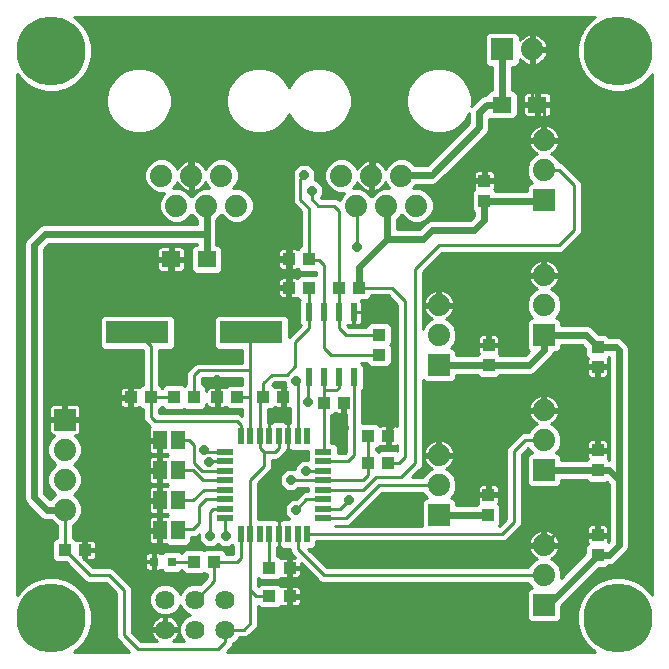
<source format=gbr>
G75*
G70*
%OFA0B0*%
%FSLAX24Y24*%
%IPPOS*%
%LPD*%
%AMOC8*
5,1,8,0,0,1.08239X$1,22.5*
%
%ADD10R,0.0200X0.0580*%
%ADD11R,0.0580X0.0200*%
%ADD12R,0.0394X0.0433*%
%ADD13R,0.0433X0.0394*%
%ADD14R,0.2100X0.0760*%
%ADD15R,0.0236X0.0591*%
%ADD16R,0.0630X0.0551*%
%ADD17C,0.0640*%
%ADD18R,0.0315X0.0315*%
%ADD19R,0.0460X0.0630*%
%ADD20C,0.2300*%
%ADD21C,0.0740*%
%ADD22R,0.0740X0.0740*%
%ADD23C,0.0100*%
%ADD24C,0.0240*%
%ADD25OC8,0.0317*%
D10*
X008050Y004605D03*
X008360Y004605D03*
X008680Y004605D03*
X008990Y004605D03*
X009310Y004605D03*
X009620Y004605D03*
X009940Y004605D03*
X010250Y004605D03*
X010250Y007845D03*
X009940Y007845D03*
X009620Y007845D03*
X009310Y007845D03*
X008990Y007845D03*
X008680Y007845D03*
X008360Y007845D03*
X008050Y007845D03*
D11*
X007530Y007325D03*
X007530Y007015D03*
X007530Y006695D03*
X007530Y006385D03*
X007530Y006065D03*
X007530Y005755D03*
X007530Y005435D03*
X007530Y005125D03*
X010770Y005125D03*
X010770Y005435D03*
X010770Y005755D03*
X010770Y006065D03*
X010770Y006385D03*
X010770Y006695D03*
X010770Y007015D03*
X010770Y007325D03*
D12*
X012292Y006954D03*
X012961Y006954D03*
X011477Y008973D03*
X010807Y008973D03*
X011315Y012804D03*
X011985Y012804D03*
X010315Y013757D03*
X009646Y013757D03*
X006489Y009150D03*
X005819Y009150D03*
X006485Y003674D03*
X007154Y003674D03*
X016292Y005229D03*
X016292Y005898D03*
X019941Y006721D03*
X019941Y007391D03*
X019941Y004556D03*
X019941Y003887D03*
X019941Y010166D03*
X019941Y010835D03*
X016311Y010894D03*
X016311Y010225D03*
X016162Y015702D03*
X016162Y016371D03*
D13*
X012650Y011241D03*
X012650Y010572D03*
X010315Y012804D03*
X009646Y012804D03*
X009461Y009150D03*
X008792Y009150D03*
X007930Y009150D03*
X007260Y009150D03*
X005044Y009150D03*
X004374Y009150D03*
X002847Y004060D03*
X002178Y004060D03*
X009000Y003461D03*
X009670Y003461D03*
X009670Y002524D03*
X009000Y002524D03*
X012296Y007871D03*
X012965Y007871D03*
D14*
X008400Y011320D03*
X004600Y011320D03*
D15*
X010309Y011989D03*
X010809Y011989D03*
X011309Y011989D03*
X011809Y011989D03*
X011809Y009824D03*
X011309Y009824D03*
X010809Y009824D03*
X010309Y009824D03*
D16*
X006906Y013757D03*
X005725Y013757D03*
X016744Y018910D03*
X017926Y018910D03*
D17*
X007524Y002410D03*
X007524Y001410D03*
X006524Y001410D03*
X006524Y002410D03*
X005524Y002410D03*
X005524Y001410D03*
D18*
X005741Y003674D03*
X005150Y003674D03*
D19*
X005350Y004725D03*
X005950Y004725D03*
X005950Y005725D03*
X005350Y005725D03*
X005350Y006725D03*
X005950Y006725D03*
X005950Y007725D03*
X005350Y007725D03*
D20*
X001725Y001800D03*
X020622Y001800D03*
X020622Y020698D03*
X001725Y020698D03*
D21*
X005400Y016540D03*
X006400Y016540D03*
X007400Y016540D03*
X006900Y015540D03*
X005900Y015540D03*
X007900Y015540D03*
X011400Y016540D03*
X011900Y015540D03*
X012400Y016540D03*
X013400Y016540D03*
X012900Y015540D03*
X013900Y015540D03*
X014650Y012225D03*
X014650Y011225D03*
X018150Y012225D03*
X018150Y013225D03*
X018150Y016725D03*
X018150Y017725D03*
X017756Y020745D03*
X018150Y008725D03*
X018150Y007725D03*
X014650Y007225D03*
X014650Y006225D03*
X018150Y004225D03*
X018150Y003225D03*
X002174Y005406D03*
X002174Y006406D03*
X002174Y007406D03*
D22*
X002174Y008406D03*
X014650Y010225D03*
X018150Y011225D03*
X018150Y006725D03*
X014650Y005225D03*
X018150Y002225D03*
X018150Y015725D03*
X016756Y020745D03*
D23*
X017074Y020165D02*
X017213Y020165D01*
X017336Y020288D01*
X017336Y020438D01*
X017360Y020406D01*
X017418Y020348D01*
X017484Y020300D01*
X017557Y020263D01*
X017635Y020238D01*
X017706Y020226D01*
X017706Y020695D01*
X017806Y020695D01*
X017806Y020226D01*
X017878Y020238D01*
X017956Y020263D01*
X018029Y020300D01*
X018095Y020348D01*
X018153Y020406D01*
X018201Y020472D01*
X018238Y020545D01*
X018263Y020623D01*
X018275Y020695D01*
X017806Y020695D01*
X017806Y020795D01*
X017706Y020795D01*
X017706Y021263D01*
X017635Y021252D01*
X017557Y021227D01*
X017484Y021190D01*
X017418Y021142D01*
X017360Y021084D01*
X017336Y021051D01*
X017336Y021202D01*
X017213Y021325D01*
X016299Y021325D01*
X016176Y021202D01*
X016176Y020288D01*
X016299Y020165D01*
X016414Y020165D01*
X016414Y019396D01*
X016343Y019396D01*
X016220Y019273D01*
X016220Y019240D01*
X016171Y019240D01*
X016050Y019190D01*
X015810Y018950D01*
X015734Y018874D01*
X015740Y018897D01*
X015740Y019184D01*
X015666Y019461D01*
X015522Y019709D01*
X015319Y019912D01*
X015071Y020056D01*
X014794Y020130D01*
X014506Y020130D01*
X014229Y020056D01*
X013981Y019912D01*
X013778Y019709D01*
X013634Y019461D01*
X013560Y019184D01*
X013560Y018897D01*
X013634Y018619D01*
X013778Y018371D01*
X013981Y018168D01*
X014229Y018024D01*
X014506Y017950D01*
X014794Y017950D01*
X015071Y018024D01*
X015319Y018168D01*
X015522Y018371D01*
X015666Y018619D01*
X015666Y018622D01*
X015666Y018295D01*
X014265Y016894D01*
X013867Y016894D01*
X013729Y017032D01*
X013515Y017120D01*
X013285Y017120D01*
X013071Y017032D01*
X012908Y016869D01*
X012867Y016769D01*
X012845Y016813D01*
X012797Y016879D01*
X012739Y016937D01*
X012673Y016985D01*
X012600Y017022D01*
X012522Y017047D01*
X012450Y017059D01*
X012450Y016590D01*
X012350Y016590D01*
X012350Y017059D01*
X012278Y017047D01*
X012200Y017022D01*
X012127Y016985D01*
X012061Y016937D01*
X012003Y016879D01*
X011955Y016813D01*
X011933Y016769D01*
X011892Y016869D01*
X011729Y017032D01*
X011515Y017120D01*
X011285Y017120D01*
X011071Y017032D01*
X010908Y016869D01*
X010820Y016656D01*
X010820Y016425D01*
X010908Y016212D01*
X011071Y016048D01*
X011285Y015960D01*
X011500Y015960D01*
X011408Y015869D01*
X011344Y015714D01*
X011297Y015761D01*
X011202Y015800D01*
X010730Y015800D01*
X010709Y015822D01*
X010775Y015887D01*
X010775Y016193D01*
X010559Y016409D01*
X010519Y016409D01*
X010519Y016697D01*
X010303Y016913D01*
X009997Y016913D01*
X009781Y016697D01*
X009781Y016500D01*
X009772Y016478D01*
X007980Y016478D01*
X007980Y016425D02*
X007980Y016656D01*
X007892Y016869D01*
X007729Y017032D01*
X007515Y017120D01*
X007285Y017120D01*
X007071Y017032D01*
X006908Y016869D01*
X006867Y016769D01*
X006845Y016813D01*
X006797Y016879D01*
X006739Y016937D01*
X006673Y016985D01*
X006600Y017022D01*
X006522Y017047D01*
X006450Y017059D01*
X006450Y016590D01*
X006350Y016590D01*
X006350Y017059D01*
X006278Y017047D01*
X006200Y017022D01*
X006127Y016985D01*
X006061Y016937D01*
X006003Y016879D01*
X005955Y016813D01*
X005933Y016769D01*
X005892Y016869D01*
X005729Y017032D01*
X005515Y017120D01*
X005285Y017120D01*
X005071Y017032D01*
X004908Y016869D01*
X004820Y016656D01*
X004820Y016425D01*
X004908Y016212D01*
X005071Y016048D01*
X005285Y015960D01*
X005500Y015960D01*
X005408Y015869D01*
X005320Y015656D01*
X005320Y015425D01*
X005408Y015212D01*
X005571Y015048D01*
X005785Y014960D01*
X006015Y014960D01*
X006229Y015048D01*
X006392Y015212D01*
X006400Y015232D01*
X006408Y015212D01*
X006571Y015048D01*
X006572Y015048D01*
X006572Y014925D01*
X001454Y014925D01*
X001333Y014875D01*
X000963Y014505D01*
X000870Y014412D01*
X000820Y014291D01*
X000820Y005754D01*
X000870Y005633D01*
X001400Y005103D01*
X001521Y005053D01*
X001707Y005053D01*
X001845Y004915D01*
X001918Y004885D01*
X001918Y004467D01*
X001874Y004467D01*
X001751Y004344D01*
X001751Y003776D01*
X001874Y003653D01*
X002217Y003653D01*
X002865Y003005D01*
X002960Y002965D01*
X003542Y002965D01*
X003890Y002618D01*
X003890Y001173D01*
X003930Y001078D01*
X004003Y001005D01*
X004332Y000675D01*
X002497Y000675D01*
X002560Y000712D01*
X002813Y000965D01*
X002992Y001275D01*
X003085Y001621D01*
X003085Y001979D01*
X002992Y002325D01*
X002813Y002635D01*
X002560Y002888D01*
X002250Y003067D01*
X001904Y003160D01*
X001546Y003160D01*
X001200Y003067D01*
X000890Y002888D01*
X000637Y002635D01*
X000600Y002572D01*
X000600Y019926D01*
X000637Y019863D01*
X000890Y019609D01*
X001200Y019430D01*
X001546Y019338D01*
X001904Y019338D01*
X002250Y019430D01*
X002560Y019609D01*
X002813Y019863D01*
X002992Y020173D01*
X003085Y020519D01*
X003085Y020877D01*
X002992Y021223D01*
X002813Y021533D01*
X002560Y021786D01*
X002497Y021822D01*
X019851Y021822D01*
X019787Y021786D01*
X019534Y021533D01*
X019355Y021223D01*
X019262Y020877D01*
X019262Y020519D01*
X019355Y020173D01*
X019534Y019863D01*
X019787Y019609D01*
X020098Y019430D01*
X020443Y019338D01*
X020801Y019338D01*
X021147Y019430D01*
X021458Y019609D01*
X021711Y019863D01*
X021747Y019926D01*
X021747Y002572D01*
X021711Y002635D01*
X021458Y002888D01*
X021147Y003067D01*
X020801Y003160D01*
X020443Y003160D01*
X020098Y003067D01*
X019787Y002888D01*
X019534Y002635D01*
X019355Y002325D01*
X019262Y001979D01*
X019262Y001621D01*
X019355Y001275D01*
X019534Y000965D01*
X019787Y000712D01*
X019851Y000675D01*
X007582Y000675D01*
X007748Y000842D01*
X007788Y000937D01*
X007788Y000946D01*
X007824Y000961D01*
X007973Y001110D01*
X007988Y001146D01*
X008202Y001146D01*
X008297Y001186D01*
X008580Y001469D01*
X008620Y001565D01*
X008620Y002194D01*
X008697Y002118D01*
X009304Y002118D01*
X009382Y002196D01*
X009395Y002188D01*
X009433Y002178D01*
X009621Y002178D01*
X009621Y002476D01*
X009718Y002476D01*
X009718Y002178D01*
X009906Y002178D01*
X009944Y002188D01*
X009978Y002208D01*
X010006Y002235D01*
X010026Y002270D01*
X010036Y002308D01*
X010036Y002476D01*
X009718Y002476D01*
X009718Y002573D01*
X009621Y002573D01*
X009621Y002871D01*
X009433Y002871D01*
X009395Y002861D01*
X009382Y002853D01*
X009304Y002931D01*
X008697Y002931D01*
X008620Y002854D01*
X008620Y003131D01*
X008697Y003055D01*
X009304Y003055D01*
X009382Y003133D01*
X009395Y003125D01*
X009433Y003115D01*
X009621Y003115D01*
X009621Y003413D01*
X009718Y003413D01*
X009718Y003115D01*
X009906Y003115D01*
X009944Y003125D01*
X009978Y003145D01*
X010006Y003172D01*
X010026Y003207D01*
X010036Y003245D01*
X010036Y003413D01*
X009718Y003413D01*
X009718Y003510D01*
X009621Y003510D01*
X009621Y003808D01*
X009433Y003808D01*
X009395Y003798D01*
X009382Y003790D01*
X009304Y003868D01*
X009250Y003868D01*
X009250Y004165D01*
X009310Y004165D01*
X009373Y004165D01*
X009433Y004105D01*
X009680Y004105D01*
X009680Y004045D01*
X009720Y003949D01*
X009861Y003808D01*
X009718Y003808D01*
X009718Y003510D01*
X010036Y003510D01*
X010036Y003633D01*
X010591Y003078D01*
X010664Y003005D01*
X010760Y002965D01*
X017630Y002965D01*
X017658Y002897D01*
X017750Y002805D01*
X017693Y002805D01*
X017570Y002682D01*
X017570Y001768D01*
X017693Y001645D01*
X018607Y001645D01*
X018730Y001768D01*
X018730Y002209D01*
X019981Y003460D01*
X020225Y003460D01*
X020322Y003557D01*
X020377Y003557D01*
X020498Y003607D01*
X020837Y003945D01*
X020930Y004038D01*
X020980Y004160D01*
X020980Y010791D01*
X020930Y010912D01*
X020837Y011005D01*
X020727Y011115D01*
X020605Y011165D01*
X020322Y011165D01*
X020225Y011262D01*
X019981Y011262D01*
X019831Y011412D01*
X019739Y011505D01*
X019617Y011555D01*
X018730Y011555D01*
X018730Y011682D01*
X018607Y011805D01*
X018550Y011805D01*
X018642Y011897D01*
X018730Y012110D01*
X018730Y012341D01*
X021747Y012341D01*
X021747Y012439D02*
X018689Y012439D01*
X018730Y012341D02*
X018642Y012554D01*
X018479Y012717D01*
X018379Y012758D01*
X018423Y012780D01*
X018489Y012829D01*
X018547Y012886D01*
X018595Y012953D01*
X018632Y013026D01*
X018657Y013103D01*
X018669Y013175D01*
X018200Y013175D01*
X018200Y013275D01*
X018669Y013275D01*
X018657Y013347D01*
X018632Y013425D01*
X018595Y013498D01*
X018547Y013564D01*
X018489Y013622D01*
X018423Y013670D01*
X018350Y013707D01*
X018272Y013732D01*
X018200Y013744D01*
X018200Y013275D01*
X018100Y013275D01*
X018100Y013175D01*
X017631Y013175D01*
X017643Y013103D01*
X017668Y013026D01*
X017705Y012953D01*
X017753Y012886D01*
X017811Y012829D01*
X017877Y012780D01*
X017921Y012758D01*
X017821Y012717D01*
X017658Y012554D01*
X017570Y012341D01*
X015158Y012341D01*
X015157Y012347D02*
X015132Y012425D01*
X015095Y012498D01*
X015047Y012564D01*
X014989Y012622D01*
X014923Y012670D01*
X014850Y012707D01*
X014772Y012732D01*
X014700Y012744D01*
X014700Y012275D01*
X015169Y012275D01*
X015157Y012347D01*
X015125Y012439D02*
X017611Y012439D01*
X017570Y012341D02*
X017570Y012110D01*
X017658Y011897D01*
X017750Y011805D01*
X017693Y011805D01*
X017570Y011682D01*
X017570Y010768D01*
X017648Y010690D01*
X017513Y010555D01*
X016692Y010555D01*
X016640Y010607D01*
X016648Y010620D01*
X016658Y010658D01*
X016658Y010846D01*
X016360Y010846D01*
X016360Y010943D01*
X016658Y010943D01*
X016658Y011131D01*
X016648Y011169D01*
X016628Y011203D01*
X016600Y011231D01*
X016566Y011251D01*
X016528Y011261D01*
X016360Y011261D01*
X016360Y010943D01*
X016263Y010943D01*
X016263Y011261D01*
X016095Y011261D01*
X016057Y011251D01*
X016022Y011231D01*
X015995Y011203D01*
X015975Y011169D01*
X015965Y011131D01*
X015965Y010943D01*
X016263Y010943D01*
X016263Y010846D01*
X015965Y010846D01*
X015965Y010658D01*
X015975Y010620D01*
X015983Y010607D01*
X015931Y010555D01*
X015230Y010555D01*
X015230Y010682D01*
X015107Y010805D01*
X015050Y010805D01*
X015142Y010897D01*
X015230Y011110D01*
X015230Y011341D01*
X015142Y011554D01*
X014979Y011717D01*
X014879Y011758D01*
X014923Y011780D01*
X014989Y011829D01*
X015047Y011886D01*
X015095Y011953D01*
X015132Y012026D01*
X015157Y012103D01*
X015169Y012175D01*
X014700Y012175D01*
X014700Y012275D01*
X014600Y012275D01*
X014600Y012175D01*
X014131Y012175D01*
X014143Y012103D01*
X014168Y012026D01*
X014205Y011953D01*
X014253Y011886D01*
X014311Y011829D01*
X014377Y011780D01*
X014421Y011758D01*
X014321Y011717D01*
X014158Y011554D01*
X014111Y011439D01*
X014111Y013318D01*
X014758Y013965D01*
X018702Y013965D01*
X018797Y014005D01*
X019297Y014505D01*
X019370Y014578D01*
X019410Y014673D01*
X019410Y016277D01*
X019370Y016372D01*
X018870Y016872D01*
X018797Y016946D01*
X018702Y016985D01*
X018670Y016985D01*
X018642Y017054D01*
X018479Y017217D01*
X018379Y017258D01*
X018423Y017280D01*
X018489Y017329D01*
X018547Y017386D01*
X018595Y017453D01*
X018632Y017526D01*
X018657Y017603D01*
X018669Y017675D01*
X018200Y017675D01*
X018200Y017775D01*
X018669Y017775D01*
X018657Y017847D01*
X018632Y017925D01*
X018595Y017998D01*
X018547Y018064D01*
X018489Y018122D01*
X018423Y018170D01*
X018350Y018207D01*
X018272Y018232D01*
X018200Y018244D01*
X018200Y017775D01*
X018100Y017775D01*
X018100Y017675D01*
X017631Y017675D01*
X017643Y017603D01*
X017668Y017526D01*
X017705Y017453D01*
X017753Y017386D01*
X017811Y017329D01*
X017877Y017280D01*
X017921Y017258D01*
X017821Y017217D01*
X017658Y017054D01*
X017570Y016841D01*
X017570Y016610D01*
X017658Y016397D01*
X017750Y016305D01*
X017693Y016305D01*
X017570Y016182D01*
X017570Y016032D01*
X016542Y016032D01*
X016491Y016083D01*
X016498Y016096D01*
X016509Y016135D01*
X016509Y016322D01*
X016210Y016322D01*
X016210Y016419D01*
X016509Y016419D01*
X016509Y016607D01*
X016498Y016645D01*
X016479Y016680D01*
X016451Y016707D01*
X016417Y016727D01*
X016378Y016737D01*
X016210Y016737D01*
X016210Y016419D01*
X016113Y016419D01*
X016113Y016322D01*
X015815Y016322D01*
X015815Y016135D01*
X015825Y016096D01*
X015833Y016083D01*
X015755Y016005D01*
X015755Y015398D01*
X015832Y015321D01*
X015832Y015197D01*
X014377Y015197D01*
X014392Y015212D02*
X014229Y015048D01*
X014015Y014960D01*
X013785Y014960D01*
X013571Y015048D01*
X013408Y015212D01*
X013400Y015232D01*
X013392Y015212D01*
X013256Y015076D01*
X013256Y014748D01*
X013990Y014748D01*
X014247Y015005D01*
X014368Y015055D01*
X015690Y015055D01*
X015832Y015197D01*
X015832Y015296D02*
X014427Y015296D01*
X014392Y015212D02*
X014480Y015425D01*
X014480Y015656D01*
X014392Y015869D01*
X014229Y016032D01*
X014015Y016120D01*
X013800Y016120D01*
X013892Y016212D01*
X013901Y016234D01*
X014468Y016234D01*
X014589Y016284D01*
X014682Y016377D01*
X016276Y017971D01*
X016326Y018093D01*
X016326Y018441D01*
X016343Y018425D01*
X017146Y018425D01*
X017269Y018548D01*
X017269Y019273D01*
X017146Y019396D01*
X017074Y019396D01*
X017074Y020165D01*
X017074Y020122D02*
X019384Y020122D01*
X019342Y020221D02*
X017269Y020221D01*
X017336Y020319D02*
X017457Y020319D01*
X017351Y020418D02*
X017336Y020418D01*
X017706Y020418D02*
X017806Y020418D01*
X017806Y020516D02*
X017706Y020516D01*
X017706Y020615D02*
X017806Y020615D01*
X017806Y020713D02*
X019262Y020713D01*
X019262Y020615D02*
X018261Y020615D01*
X018223Y020516D02*
X019263Y020516D01*
X019289Y020418D02*
X018161Y020418D01*
X018055Y020319D02*
X019316Y020319D01*
X019441Y020024D02*
X017074Y020024D01*
X017074Y019925D02*
X019498Y019925D01*
X019570Y019827D02*
X017074Y019827D01*
X017074Y019728D02*
X019669Y019728D01*
X019767Y019630D02*
X017074Y019630D01*
X017074Y019531D02*
X019923Y019531D01*
X020093Y019433D02*
X017074Y019433D01*
X017208Y019334D02*
X017585Y019334D01*
X017591Y019336D02*
X017553Y019326D01*
X017519Y019306D01*
X017491Y019278D01*
X017471Y019244D01*
X017461Y019206D01*
X017461Y018960D01*
X017876Y018960D01*
X017876Y019336D01*
X017591Y019336D01*
X017469Y019236D02*
X017269Y019236D01*
X017269Y019137D02*
X017461Y019137D01*
X017461Y019039D02*
X017269Y019039D01*
X017269Y018940D02*
X017876Y018940D01*
X017876Y018960D02*
X017876Y018860D01*
X017976Y018860D01*
X017976Y018960D01*
X018391Y018960D01*
X018391Y019206D01*
X018380Y019244D01*
X018361Y019278D01*
X018333Y019306D01*
X018298Y019326D01*
X018260Y019336D01*
X017976Y019336D01*
X017976Y018960D01*
X017876Y018960D01*
X017926Y018910D02*
X018150Y018686D01*
X018150Y017725D01*
X016370Y017725D01*
X016154Y017509D01*
X016154Y016379D01*
X016162Y016371D01*
X016210Y016379D02*
X017676Y016379D01*
X017669Y016281D02*
X016509Y016281D01*
X016509Y016182D02*
X017570Y016182D01*
X017570Y016084D02*
X016491Y016084D01*
X016509Y016478D02*
X017625Y016478D01*
X017584Y016576D02*
X016509Y016576D01*
X016481Y016675D02*
X017570Y016675D01*
X017570Y016773D02*
X015078Y016773D01*
X014980Y016675D02*
X015842Y016675D01*
X015845Y016680D02*
X015825Y016645D01*
X015815Y016607D01*
X015815Y016419D01*
X016113Y016419D01*
X016113Y016737D01*
X015945Y016737D01*
X015907Y016727D01*
X015873Y016707D01*
X015845Y016680D01*
X015815Y016576D02*
X014881Y016576D01*
X014783Y016478D02*
X015815Y016478D01*
X015815Y016281D02*
X014581Y016281D01*
X014684Y016379D02*
X016113Y016379D01*
X016113Y016478D02*
X016210Y016478D01*
X016210Y016576D02*
X016113Y016576D01*
X016113Y016675D02*
X016210Y016675D01*
X015815Y016182D02*
X013862Y016182D01*
X014103Y016084D02*
X015833Y016084D01*
X015755Y015985D02*
X014275Y015985D01*
X014374Y015887D02*
X015755Y015887D01*
X015755Y015788D02*
X014425Y015788D01*
X014466Y015690D02*
X015755Y015690D01*
X015755Y015591D02*
X014480Y015591D01*
X014480Y015493D02*
X015755Y015493D01*
X015759Y015394D02*
X014467Y015394D01*
X014279Y015099D02*
X015734Y015099D01*
X014650Y014225D02*
X018650Y014225D01*
X019150Y014725D01*
X019150Y016225D01*
X018650Y016725D01*
X018150Y016725D01*
X017624Y016970D02*
X015275Y016970D01*
X015177Y016872D02*
X017583Y016872D01*
X017673Y017069D02*
X015374Y017069D01*
X015472Y017167D02*
X017772Y017167D01*
X017906Y017266D02*
X015571Y017266D01*
X015669Y017364D02*
X017776Y017364D01*
X017700Y017463D02*
X015768Y017463D01*
X015866Y017561D02*
X017657Y017561D01*
X017634Y017660D02*
X015965Y017660D01*
X016063Y017758D02*
X018100Y017758D01*
X018100Y017775D02*
X017631Y017775D01*
X017643Y017847D01*
X017668Y017925D01*
X017705Y017998D01*
X017753Y018064D01*
X017811Y018122D01*
X017877Y018170D01*
X017950Y018207D01*
X018028Y018232D01*
X018100Y018244D01*
X018100Y017775D01*
X018100Y017857D02*
X018200Y017857D01*
X018200Y017955D02*
X018100Y017955D01*
X018100Y018054D02*
X018200Y018054D01*
X018200Y018152D02*
X018100Y018152D01*
X017853Y018152D02*
X016326Y018152D01*
X016326Y018251D02*
X021747Y018251D01*
X021747Y018349D02*
X016326Y018349D01*
X016310Y018054D02*
X017746Y018054D01*
X017684Y017955D02*
X016260Y017955D01*
X016162Y017857D02*
X017646Y017857D01*
X018200Y017758D02*
X021747Y017758D01*
X021747Y017660D02*
X018666Y017660D01*
X018643Y017561D02*
X021747Y017561D01*
X021747Y017463D02*
X018600Y017463D01*
X018524Y017364D02*
X021747Y017364D01*
X021747Y017266D02*
X018394Y017266D01*
X018528Y017167D02*
X021747Y017167D01*
X021747Y017069D02*
X018627Y017069D01*
X018738Y016970D02*
X021747Y016970D01*
X021747Y016872D02*
X018871Y016872D01*
X018970Y016773D02*
X021747Y016773D01*
X021747Y016675D02*
X019068Y016675D01*
X019167Y016576D02*
X021747Y016576D01*
X021747Y016478D02*
X019265Y016478D01*
X019364Y016379D02*
X021747Y016379D01*
X021747Y016281D02*
X019408Y016281D01*
X019410Y016182D02*
X021747Y016182D01*
X021747Y016084D02*
X019410Y016084D01*
X019410Y015985D02*
X021747Y015985D01*
X021747Y015887D02*
X019410Y015887D01*
X019410Y015788D02*
X021747Y015788D01*
X021747Y015690D02*
X019410Y015690D01*
X019410Y015591D02*
X021747Y015591D01*
X021747Y015493D02*
X019410Y015493D01*
X019410Y015394D02*
X021747Y015394D01*
X021747Y015296D02*
X019410Y015296D01*
X019410Y015197D02*
X021747Y015197D01*
X021747Y015099D02*
X019410Y015099D01*
X019410Y015000D02*
X021747Y015000D01*
X021747Y014902D02*
X019410Y014902D01*
X019410Y014803D02*
X021747Y014803D01*
X021747Y014705D02*
X019410Y014705D01*
X019382Y014606D02*
X021747Y014606D01*
X021747Y014508D02*
X019300Y014508D01*
X019202Y014409D02*
X021747Y014409D01*
X021747Y014311D02*
X019103Y014311D01*
X019005Y014212D02*
X021747Y014212D01*
X021747Y014114D02*
X018906Y014114D01*
X018808Y014015D02*
X021747Y014015D01*
X021747Y013917D02*
X014709Y013917D01*
X014611Y013818D02*
X021747Y013818D01*
X021747Y013720D02*
X018311Y013720D01*
X018200Y013720D02*
X018100Y013720D01*
X018100Y013744D02*
X018028Y013732D01*
X017950Y013707D01*
X017877Y013670D01*
X017811Y013622D01*
X017753Y013564D01*
X017705Y013498D01*
X017668Y013425D01*
X017643Y013347D01*
X017631Y013275D01*
X018100Y013275D01*
X018100Y013744D01*
X017989Y013720D02*
X014512Y013720D01*
X014414Y013621D02*
X017811Y013621D01*
X017723Y013523D02*
X014315Y013523D01*
X014217Y013424D02*
X017668Y013424D01*
X017639Y013326D02*
X014118Y013326D01*
X014111Y013227D02*
X018100Y013227D01*
X018150Y013225D02*
X016300Y013225D01*
X016095Y013020D01*
X016095Y012213D01*
X016311Y011997D01*
X016311Y010894D01*
X016263Y010863D02*
X015108Y010863D01*
X015147Y010765D02*
X015965Y010765D01*
X015965Y010666D02*
X015230Y010666D01*
X015230Y010568D02*
X015944Y010568D01*
X015965Y010962D02*
X015169Y010962D01*
X015209Y011060D02*
X015965Y011060D01*
X015972Y011159D02*
X015230Y011159D01*
X015230Y011257D02*
X016081Y011257D01*
X016263Y011257D02*
X016360Y011257D01*
X016360Y011159D02*
X016263Y011159D01*
X016263Y011060D02*
X016360Y011060D01*
X016360Y010962D02*
X016263Y010962D01*
X016360Y010863D02*
X017570Y010863D01*
X017573Y010765D02*
X016658Y010765D01*
X016658Y010666D02*
X017624Y010666D01*
X017526Y010568D02*
X016679Y010568D01*
X016658Y010962D02*
X017570Y010962D01*
X017570Y011060D02*
X016658Y011060D01*
X016651Y011159D02*
X017570Y011159D01*
X017570Y011257D02*
X016542Y011257D01*
X016095Y012213D02*
X016083Y012225D01*
X014650Y012225D01*
X014700Y012242D02*
X017570Y012242D01*
X017570Y012144D02*
X015164Y012144D01*
X015138Y012045D02*
X017597Y012045D01*
X017638Y011947D02*
X015090Y011947D01*
X015008Y011848D02*
X017707Y011848D01*
X017638Y011750D02*
X014899Y011750D01*
X015044Y011651D02*
X017570Y011651D01*
X017570Y011553D02*
X015142Y011553D01*
X015183Y011454D02*
X017570Y011454D01*
X017570Y011356D02*
X015224Y011356D01*
X014401Y011750D02*
X014111Y011750D01*
X014111Y011848D02*
X014292Y011848D01*
X014210Y011947D02*
X014111Y011947D01*
X014111Y012045D02*
X014162Y012045D01*
X014136Y012144D02*
X014111Y012144D01*
X014111Y012242D02*
X014600Y012242D01*
X014600Y012275D02*
X014131Y012275D01*
X014143Y012347D01*
X014168Y012425D01*
X014205Y012498D01*
X014253Y012564D01*
X014311Y012622D01*
X014377Y012670D01*
X014450Y012707D01*
X014528Y012732D01*
X014600Y012744D01*
X014600Y012275D01*
X014600Y012341D02*
X014700Y012341D01*
X014700Y012439D02*
X014600Y012439D01*
X014600Y012538D02*
X014700Y012538D01*
X014700Y012636D02*
X014600Y012636D01*
X014600Y012735D02*
X014700Y012735D01*
X014757Y012735D02*
X017865Y012735D01*
X017807Y012833D02*
X014111Y012833D01*
X014111Y012735D02*
X014543Y012735D01*
X014331Y012636D02*
X014111Y012636D01*
X014111Y012538D02*
X014234Y012538D01*
X014175Y012439D02*
X014111Y012439D01*
X014111Y012341D02*
X014142Y012341D01*
X014111Y012932D02*
X017720Y012932D01*
X017667Y013030D02*
X014111Y013030D01*
X014111Y013129D02*
X017639Y013129D01*
X018100Y013326D02*
X018200Y013326D01*
X018200Y013424D02*
X018100Y013424D01*
X018100Y013523D02*
X018200Y013523D01*
X018200Y013621D02*
X018100Y013621D01*
X018200Y013227D02*
X021747Y013227D01*
X021747Y013129D02*
X018661Y013129D01*
X018633Y013030D02*
X021747Y013030D01*
X021747Y012932D02*
X018580Y012932D01*
X018493Y012833D02*
X021747Y012833D01*
X021747Y012735D02*
X018435Y012735D01*
X018559Y012636D02*
X021747Y012636D01*
X021747Y012538D02*
X018648Y012538D01*
X018730Y012242D02*
X021747Y012242D01*
X021747Y012144D02*
X018730Y012144D01*
X018703Y012045D02*
X021747Y012045D01*
X021747Y011947D02*
X018662Y011947D01*
X018593Y011848D02*
X021747Y011848D01*
X021747Y011750D02*
X018662Y011750D01*
X018730Y011651D02*
X021747Y011651D01*
X021747Y011553D02*
X019623Y011553D01*
X019789Y011454D02*
X021747Y011454D01*
X021747Y011356D02*
X019888Y011356D01*
X019831Y011412D02*
X019831Y011412D01*
X020230Y011257D02*
X021747Y011257D01*
X021747Y011159D02*
X020622Y011159D01*
X020782Y011060D02*
X021747Y011060D01*
X021747Y010962D02*
X020880Y010962D01*
X020950Y010863D02*
X021747Y010863D01*
X021747Y010765D02*
X020980Y010765D01*
X020980Y010666D02*
X021747Y010666D01*
X021747Y010568D02*
X020980Y010568D01*
X020980Y010469D02*
X021747Y010469D01*
X021747Y010371D02*
X020980Y010371D01*
X020980Y010272D02*
X021747Y010272D01*
X021747Y010174D02*
X020980Y010174D01*
X020980Y010075D02*
X021747Y010075D01*
X021747Y009977D02*
X020980Y009977D01*
X020980Y009878D02*
X021747Y009878D01*
X021747Y009780D02*
X020980Y009780D01*
X020980Y009681D02*
X021747Y009681D01*
X021747Y009583D02*
X020980Y009583D01*
X020980Y009484D02*
X021747Y009484D01*
X021747Y009386D02*
X020980Y009386D01*
X020980Y009287D02*
X021747Y009287D01*
X021747Y009189D02*
X020980Y009189D01*
X020980Y009090D02*
X021747Y009090D01*
X021747Y008992D02*
X020980Y008992D01*
X020980Y008893D02*
X021747Y008893D01*
X021747Y008795D02*
X020980Y008795D01*
X020980Y008696D02*
X021747Y008696D01*
X021747Y008598D02*
X020980Y008598D01*
X020980Y008499D02*
X021747Y008499D01*
X021747Y008401D02*
X020980Y008401D01*
X020980Y008302D02*
X021747Y008302D01*
X021747Y008204D02*
X020980Y008204D01*
X020980Y008105D02*
X021747Y008105D01*
X021747Y008007D02*
X020980Y008007D01*
X020980Y007908D02*
X021747Y007908D01*
X021747Y007810D02*
X020980Y007810D01*
X020980Y007711D02*
X021747Y007711D01*
X021747Y007613D02*
X020980Y007613D01*
X020980Y007514D02*
X021747Y007514D01*
X021747Y007416D02*
X020980Y007416D01*
X020980Y007317D02*
X021747Y007317D01*
X021747Y007219D02*
X020980Y007219D01*
X020980Y007120D02*
X021747Y007120D01*
X021747Y007022D02*
X020980Y007022D01*
X020980Y006923D02*
X021747Y006923D01*
X021747Y006825D02*
X020980Y006825D01*
X020980Y006726D02*
X021747Y006726D01*
X021747Y006628D02*
X020980Y006628D01*
X020980Y006529D02*
X021747Y006529D01*
X021747Y006431D02*
X020980Y006431D01*
X020980Y006332D02*
X021747Y006332D01*
X021747Y006234D02*
X020980Y006234D01*
X020980Y006135D02*
X021747Y006135D01*
X021747Y006037D02*
X020980Y006037D01*
X020980Y005938D02*
X021747Y005938D01*
X021747Y005840D02*
X020980Y005840D01*
X020980Y005741D02*
X021747Y005741D01*
X021747Y005643D02*
X020980Y005643D01*
X020980Y005544D02*
X021747Y005544D01*
X021747Y005446D02*
X020980Y005446D01*
X020980Y005347D02*
X021747Y005347D01*
X021747Y005249D02*
X020980Y005249D01*
X020980Y005150D02*
X021747Y005150D01*
X021747Y005052D02*
X020980Y005052D01*
X020980Y004953D02*
X021747Y004953D01*
X021747Y004855D02*
X020980Y004855D01*
X020980Y004756D02*
X021747Y004756D01*
X021747Y004658D02*
X020980Y004658D01*
X020980Y004559D02*
X021747Y004559D01*
X021747Y004461D02*
X020980Y004461D01*
X020980Y004362D02*
X021747Y004362D01*
X021747Y004264D02*
X020980Y004264D01*
X020980Y004165D02*
X021747Y004165D01*
X021747Y004067D02*
X020942Y004067D01*
X020860Y003968D02*
X021747Y003968D01*
X021747Y003870D02*
X020761Y003870D01*
X020663Y003771D02*
X021747Y003771D01*
X021747Y003673D02*
X020564Y003673D01*
X020420Y003574D02*
X021747Y003574D01*
X021747Y003476D02*
X020241Y003476D01*
X019899Y003377D02*
X021747Y003377D01*
X021747Y003279D02*
X019800Y003279D01*
X019702Y003180D02*
X021747Y003180D01*
X021747Y003082D02*
X021094Y003082D01*
X021293Y002983D02*
X021747Y002983D01*
X021747Y002885D02*
X021461Y002885D01*
X021560Y002786D02*
X021747Y002786D01*
X021747Y002688D02*
X021658Y002688D01*
X021737Y002589D02*
X021747Y002589D01*
X020151Y003082D02*
X019603Y003082D01*
X019505Y002983D02*
X019952Y002983D01*
X019784Y002885D02*
X019406Y002885D01*
X019308Y002786D02*
X019685Y002786D01*
X019587Y002688D02*
X019209Y002688D01*
X019111Y002589D02*
X019508Y002589D01*
X019451Y002491D02*
X019012Y002491D01*
X018914Y002392D02*
X019394Y002392D01*
X019347Y002294D02*
X018815Y002294D01*
X018730Y002195D02*
X019320Y002195D01*
X019294Y002097D02*
X018730Y002097D01*
X018730Y001998D02*
X019268Y001998D01*
X019262Y001900D02*
X018730Y001900D01*
X018730Y001801D02*
X019262Y001801D01*
X019262Y001703D02*
X018664Y001703D01*
X019267Y001604D02*
X008620Y001604D01*
X008620Y001703D02*
X017636Y001703D01*
X017570Y001801D02*
X008620Y001801D01*
X008620Y001900D02*
X017570Y001900D01*
X017570Y001998D02*
X008620Y001998D01*
X008620Y002097D02*
X017570Y002097D01*
X017570Y002195D02*
X009957Y002195D01*
X010032Y002294D02*
X017570Y002294D01*
X017570Y002392D02*
X010036Y002392D01*
X010036Y002573D02*
X009718Y002573D01*
X009718Y002871D01*
X009906Y002871D01*
X009944Y002861D01*
X009978Y002841D01*
X010006Y002813D01*
X010026Y002779D01*
X010036Y002741D01*
X010036Y002573D01*
X010036Y002589D02*
X017570Y002589D01*
X017570Y002491D02*
X009718Y002491D01*
X009670Y002524D02*
X009670Y003461D01*
X009666Y003465D01*
X009666Y003828D01*
X009310Y004183D01*
X009310Y004605D01*
X009310Y004228D01*
X009310Y004165D01*
X009310Y004605D01*
X009310Y004605D01*
X009310Y006032D01*
X009310Y006976D01*
X009626Y007292D01*
X009626Y007839D01*
X009620Y007845D01*
X009620Y007405D01*
X009693Y007405D01*
X009753Y007345D01*
X010270Y007345D01*
X010270Y007070D01*
X010064Y007070D01*
X009848Y006854D01*
X009848Y006755D01*
X009552Y006755D01*
X009336Y006539D01*
X009336Y006234D01*
X009552Y006018D01*
X009858Y006018D01*
X009967Y006127D01*
X010270Y006127D01*
X010270Y006015D01*
X010176Y006015D01*
X010080Y005976D01*
X009875Y005771D01*
X009722Y005771D01*
X009506Y005555D01*
X009506Y005250D01*
X009650Y005105D01*
X009433Y005105D01*
X009373Y005045D01*
X009310Y005045D01*
X009237Y005045D01*
X009177Y005105D01*
X008620Y005105D01*
X008620Y006292D01*
X008967Y006639D01*
X009040Y006712D01*
X009079Y006807D01*
X009079Y007071D01*
X009245Y007071D01*
X009341Y007111D01*
X009459Y007229D01*
X009532Y007302D01*
X009571Y007398D01*
X009571Y007405D01*
X009620Y007405D01*
X009620Y007468D01*
X009620Y007468D01*
X009620Y007845D01*
X009620Y007845D01*
X009620Y008302D01*
X009469Y008454D01*
X009134Y008454D01*
X008996Y008316D01*
X008996Y007852D01*
X008990Y007845D01*
X008996Y007839D01*
X008990Y007845D02*
X008990Y007845D01*
X008990Y008222D01*
X008990Y008222D01*
X008990Y008285D01*
X008940Y008285D01*
X008940Y008744D01*
X009095Y008744D01*
X009173Y008821D01*
X009187Y008814D01*
X009225Y008804D01*
X009413Y008804D01*
X009413Y009102D01*
X009509Y009102D01*
X009509Y008804D01*
X009680Y008804D01*
X009680Y008285D01*
X009620Y008285D01*
X009557Y008285D01*
X009497Y008345D01*
X009123Y008345D01*
X009063Y008285D01*
X008990Y008285D01*
X008990Y007845D01*
X008990Y007908D02*
X008990Y007908D01*
X008990Y008007D02*
X008990Y008007D01*
X008990Y008105D02*
X008990Y008105D01*
X008990Y008204D02*
X008990Y008204D01*
X008940Y008302D02*
X009080Y008302D01*
X008940Y008401D02*
X009680Y008401D01*
X009680Y008499D02*
X008940Y008499D01*
X008940Y008598D02*
X009680Y008598D01*
X009680Y008696D02*
X008940Y008696D01*
X009146Y008795D02*
X009680Y008795D01*
X009509Y008893D02*
X009413Y008893D01*
X009413Y008992D02*
X009509Y008992D01*
X009509Y009090D02*
X009413Y009090D01*
X009461Y009150D02*
X009469Y009143D01*
X009469Y008454D01*
X009540Y008302D02*
X009680Y008302D01*
X009620Y008285D02*
X009620Y007845D01*
X009626Y007852D01*
X009620Y007845D02*
X009620Y007845D01*
X009620Y008222D01*
X009620Y008222D01*
X009620Y008285D01*
X009620Y008204D02*
X009620Y008204D01*
X009620Y008105D02*
X009620Y008105D01*
X009620Y008007D02*
X009620Y008007D01*
X009620Y007908D02*
X009620Y007908D01*
X009620Y007810D02*
X009620Y007810D01*
X009620Y007711D02*
X009620Y007711D01*
X009620Y007613D02*
X009620Y007613D01*
X009620Y007514D02*
X009620Y007514D01*
X009620Y007416D02*
X009620Y007416D01*
X009538Y007317D02*
X010270Y007317D01*
X010270Y007219D02*
X009448Y007219D01*
X009350Y007120D02*
X010270Y007120D01*
X010016Y007022D02*
X009079Y007022D01*
X009079Y006923D02*
X009917Y006923D01*
X009848Y006825D02*
X009079Y006825D01*
X009046Y006726D02*
X009523Y006726D01*
X009425Y006628D02*
X008956Y006628D01*
X008857Y006529D02*
X009336Y006529D01*
X009336Y006431D02*
X008759Y006431D01*
X008660Y006332D02*
X009336Y006332D01*
X009337Y006234D02*
X008620Y006234D01*
X008620Y006135D02*
X009435Y006135D01*
X009534Y006037D02*
X008620Y006037D01*
X008620Y005938D02*
X010043Y005938D01*
X009944Y005840D02*
X008620Y005840D01*
X008620Y005741D02*
X009692Y005741D01*
X009593Y005643D02*
X008620Y005643D01*
X008620Y005544D02*
X009506Y005544D01*
X009506Y005446D02*
X008620Y005446D01*
X008620Y005347D02*
X009506Y005347D01*
X009507Y005249D02*
X008620Y005249D01*
X008620Y005150D02*
X009605Y005150D01*
X009380Y005052D02*
X009230Y005052D01*
X009310Y005045D02*
X009310Y004605D01*
X009310Y004605D01*
X009310Y004982D01*
X009310Y004982D01*
X009310Y005045D01*
X009310Y004953D02*
X009310Y004953D01*
X009310Y004855D02*
X009310Y004855D01*
X009310Y004756D02*
X009310Y004756D01*
X009310Y004658D02*
X009310Y004658D01*
X009310Y004559D02*
X009310Y004559D01*
X009310Y004461D02*
X009310Y004461D01*
X009310Y004362D02*
X009310Y004362D01*
X009310Y004264D02*
X009310Y004264D01*
X009310Y004228D02*
X009310Y004228D01*
X009310Y004165D02*
X009310Y004165D01*
X009250Y004067D02*
X009680Y004067D01*
X009712Y003968D02*
X009250Y003968D01*
X009250Y003870D02*
X009799Y003870D01*
X009718Y003771D02*
X009621Y003771D01*
X009621Y003673D02*
X009718Y003673D01*
X009718Y003574D02*
X009621Y003574D01*
X009718Y003476D02*
X010193Y003476D01*
X010095Y003574D02*
X010036Y003574D01*
X010036Y003377D02*
X010292Y003377D01*
X010390Y003279D02*
X010036Y003279D01*
X010011Y003180D02*
X010489Y003180D01*
X010587Y003082D02*
X009331Y003082D01*
X009350Y002885D02*
X017670Y002885D01*
X017674Y002786D02*
X010022Y002786D01*
X010036Y002688D02*
X017576Y002688D01*
X018150Y003225D02*
X010811Y003225D01*
X009940Y004097D01*
X009940Y004605D01*
X010250Y004605D02*
X016762Y004605D01*
X017146Y004989D01*
X017146Y007351D01*
X017520Y007725D01*
X018150Y007725D01*
X018562Y007317D02*
X019594Y007317D01*
X019594Y007342D02*
X019594Y007154D01*
X019605Y007116D01*
X019612Y007103D01*
X019561Y007051D01*
X018730Y007051D01*
X018730Y007182D01*
X018607Y007305D01*
X018550Y007305D01*
X018642Y007397D01*
X018730Y007610D01*
X018730Y007841D01*
X018642Y008054D01*
X018479Y008217D01*
X018379Y008258D01*
X018423Y008280D01*
X018489Y008329D01*
X018547Y008386D01*
X018595Y008453D01*
X018632Y008526D01*
X018657Y008603D01*
X018669Y008675D01*
X018200Y008675D01*
X018200Y008775D01*
X018669Y008775D01*
X018657Y008847D01*
X018632Y008925D01*
X018595Y008998D01*
X018547Y009064D01*
X018489Y009122D01*
X018423Y009170D01*
X018350Y009207D01*
X018272Y009232D01*
X018200Y009244D01*
X018200Y008775D01*
X018100Y008775D01*
X018100Y008675D01*
X017631Y008675D01*
X017643Y008603D01*
X017668Y008526D01*
X017705Y008453D01*
X017753Y008386D01*
X017811Y008329D01*
X017877Y008280D01*
X017921Y008258D01*
X017821Y008217D01*
X017658Y008054D01*
X017630Y007985D01*
X017468Y007985D01*
X017373Y007946D01*
X017300Y007872D01*
X016926Y007498D01*
X016886Y007403D01*
X016886Y005097D01*
X016655Y004865D01*
X016638Y004865D01*
X016699Y004926D01*
X016699Y005533D01*
X016621Y005611D01*
X016628Y005624D01*
X016639Y005662D01*
X016639Y005850D01*
X016340Y005850D01*
X016340Y005947D01*
X016243Y005947D01*
X016243Y005850D01*
X015945Y005850D01*
X015945Y005662D01*
X015955Y005624D01*
X015963Y005611D01*
X015911Y005559D01*
X015230Y005559D01*
X015230Y005682D01*
X015107Y005805D01*
X015050Y005805D01*
X015142Y005897D01*
X015230Y006110D01*
X015230Y006341D01*
X015142Y006554D01*
X014979Y006717D01*
X014879Y006758D01*
X014923Y006780D01*
X014989Y006829D01*
X015047Y006886D01*
X015095Y006953D01*
X015132Y007026D01*
X015157Y007103D01*
X015169Y007175D01*
X014700Y007175D01*
X014700Y007275D01*
X015169Y007275D01*
X015157Y007347D01*
X015132Y007425D01*
X015095Y007498D01*
X015047Y007564D01*
X014989Y007622D01*
X014923Y007670D01*
X014850Y007707D01*
X014772Y007732D01*
X014700Y007744D01*
X014700Y007275D01*
X014600Y007275D01*
X014600Y007175D01*
X014131Y007175D01*
X014143Y007103D01*
X014168Y007026D01*
X014205Y006953D01*
X014253Y006886D01*
X014311Y006829D01*
X014377Y006780D01*
X014421Y006758D01*
X014321Y006717D01*
X014158Y006554D01*
X014130Y006485D01*
X013746Y006485D01*
X013998Y006737D01*
X014071Y006810D01*
X014111Y006906D01*
X014111Y009727D01*
X014193Y009645D01*
X015107Y009645D01*
X015230Y009768D01*
X015230Y009895D01*
X015931Y009895D01*
X016028Y009799D01*
X016595Y009799D01*
X016692Y009895D01*
X017716Y009895D01*
X017837Y009945D01*
X018430Y010538D01*
X018474Y010645D01*
X018607Y010645D01*
X018730Y010768D01*
X018730Y010895D01*
X019415Y010895D01*
X019534Y010776D01*
X019534Y010532D01*
X019612Y010454D01*
X019605Y010441D01*
X019594Y010402D01*
X019594Y010215D01*
X019893Y010215D01*
X019893Y010118D01*
X019594Y010118D01*
X019594Y009930D01*
X019605Y009892D01*
X019624Y009858D01*
X019652Y009830D01*
X019687Y009810D01*
X019725Y009800D01*
X019893Y009800D01*
X019893Y010118D01*
X019990Y010118D01*
X019990Y010215D01*
X020288Y010215D01*
X020288Y010402D01*
X020278Y010441D01*
X020270Y010454D01*
X020320Y010504D01*
X020320Y007053D01*
X020270Y007103D01*
X020278Y007116D01*
X020288Y007154D01*
X020288Y007342D01*
X019990Y007342D01*
X019990Y007439D01*
X020288Y007439D01*
X020288Y007627D01*
X020278Y007665D01*
X020258Y007699D01*
X020230Y007727D01*
X020196Y007747D01*
X020158Y007757D01*
X019990Y007757D01*
X019990Y007439D01*
X019893Y007439D01*
X019893Y007757D01*
X019725Y007757D01*
X019687Y007747D01*
X019652Y007727D01*
X019624Y007699D01*
X019605Y007665D01*
X019594Y007627D01*
X019594Y007439D01*
X019893Y007439D01*
X019893Y007342D01*
X019594Y007342D01*
X019594Y007219D02*
X018693Y007219D01*
X018730Y007120D02*
X019604Y007120D01*
X019941Y007391D02*
X019941Y008434D01*
X019650Y008725D01*
X018150Y008725D01*
X016906Y008725D01*
X016626Y008729D01*
X016292Y008394D01*
X016292Y006808D01*
X015874Y007225D01*
X014650Y007225D01*
X014700Y007219D02*
X016886Y007219D01*
X016886Y007317D02*
X015162Y007317D01*
X015135Y007416D02*
X016891Y007416D01*
X016941Y007514D02*
X015083Y007514D01*
X014998Y007613D02*
X017040Y007613D01*
X017138Y007711D02*
X014837Y007711D01*
X014700Y007711D02*
X014600Y007711D01*
X014600Y007744D02*
X014528Y007732D01*
X014450Y007707D01*
X014377Y007670D01*
X014311Y007622D01*
X014253Y007564D01*
X014205Y007498D01*
X014168Y007425D01*
X014143Y007347D01*
X014131Y007275D01*
X014600Y007275D01*
X014600Y007744D01*
X014600Y007613D02*
X014700Y007613D01*
X014700Y007514D02*
X014600Y007514D01*
X014600Y007416D02*
X014700Y007416D01*
X014700Y007317D02*
X014600Y007317D01*
X014600Y007219D02*
X014111Y007219D01*
X014111Y007317D02*
X014138Y007317D01*
X014111Y007416D02*
X014165Y007416D01*
X014217Y007514D02*
X014111Y007514D01*
X014111Y007613D02*
X014302Y007613D01*
X014463Y007711D02*
X014111Y007711D01*
X014111Y007810D02*
X017237Y007810D01*
X017335Y007908D02*
X014111Y007908D01*
X014111Y008007D02*
X017639Y008007D01*
X017710Y008105D02*
X014111Y008105D01*
X014111Y008204D02*
X017808Y008204D01*
X017848Y008302D02*
X014111Y008302D01*
X014111Y008401D02*
X017743Y008401D01*
X017682Y008499D02*
X014111Y008499D01*
X014111Y008598D02*
X017645Y008598D01*
X017631Y008775D02*
X018100Y008775D01*
X018100Y009244D01*
X018028Y009232D01*
X017950Y009207D01*
X017877Y009170D01*
X017811Y009122D01*
X017753Y009064D01*
X017705Y008998D01*
X017668Y008925D01*
X017643Y008847D01*
X017631Y008775D01*
X017635Y008795D02*
X014111Y008795D01*
X014111Y008893D02*
X017658Y008893D01*
X017702Y008992D02*
X014111Y008992D01*
X014111Y009090D02*
X017780Y009090D01*
X017914Y009189D02*
X014111Y009189D01*
X014111Y009287D02*
X020320Y009287D01*
X020320Y009189D02*
X018386Y009189D01*
X018520Y009090D02*
X020320Y009090D01*
X020320Y008992D02*
X018598Y008992D01*
X018642Y008893D02*
X020320Y008893D01*
X020320Y008795D02*
X018665Y008795D01*
X018655Y008598D02*
X020320Y008598D01*
X020320Y008696D02*
X018200Y008696D01*
X018200Y008795D02*
X018100Y008795D01*
X018100Y008893D02*
X018200Y008893D01*
X018200Y008992D02*
X018100Y008992D01*
X018100Y009090D02*
X018200Y009090D01*
X018200Y009189D02*
X018100Y009189D01*
X018100Y008696D02*
X014111Y008696D01*
X014111Y009386D02*
X020320Y009386D01*
X020320Y009484D02*
X014111Y009484D01*
X014111Y009583D02*
X020320Y009583D01*
X020320Y009681D02*
X015143Y009681D01*
X015230Y009780D02*
X020320Y009780D01*
X020320Y009878D02*
X020270Y009878D01*
X020278Y009892D02*
X020288Y009930D01*
X020288Y010118D01*
X019990Y010118D01*
X019990Y009800D01*
X020158Y009800D01*
X020196Y009810D01*
X020230Y009830D01*
X020258Y009858D01*
X020278Y009892D01*
X020288Y009977D02*
X020320Y009977D01*
X020320Y010075D02*
X020288Y010075D01*
X020320Y010174D02*
X019990Y010174D01*
X019941Y010166D02*
X019941Y009017D01*
X019650Y008725D01*
X020320Y008499D02*
X018618Y008499D01*
X018557Y008401D02*
X020320Y008401D01*
X020320Y008302D02*
X018452Y008302D01*
X018492Y008204D02*
X020320Y008204D01*
X020320Y008105D02*
X018590Y008105D01*
X018661Y008007D02*
X020320Y008007D01*
X020320Y007908D02*
X018702Y007908D01*
X018730Y007810D02*
X020320Y007810D01*
X020320Y007711D02*
X020246Y007711D01*
X020288Y007613D02*
X020320Y007613D01*
X020320Y007514D02*
X020288Y007514D01*
X020320Y007416D02*
X019990Y007416D01*
X019893Y007416D02*
X018650Y007416D01*
X018690Y007514D02*
X019594Y007514D01*
X019594Y007613D02*
X018730Y007613D01*
X018730Y007711D02*
X019636Y007711D01*
X019893Y007711D02*
X019990Y007711D01*
X019990Y007613D02*
X019893Y007613D01*
X019893Y007514D02*
X019990Y007514D01*
X020288Y007317D02*
X020320Y007317D01*
X020320Y007219D02*
X020288Y007219D01*
X020279Y007120D02*
X020320Y007120D01*
X020246Y006316D02*
X020225Y006295D01*
X019658Y006295D01*
X019561Y006391D01*
X018730Y006391D01*
X018730Y006268D01*
X018607Y006145D01*
X017693Y006145D01*
X017570Y006268D01*
X017570Y007182D01*
X017693Y007305D01*
X017750Y007305D01*
X017658Y007397D01*
X017630Y007465D01*
X017628Y007465D01*
X017406Y007243D01*
X017406Y004937D01*
X017366Y004842D01*
X017293Y004769D01*
X016910Y004385D01*
X016814Y004345D01*
X010560Y004345D01*
X010560Y004228D01*
X010437Y004105D01*
X010299Y004105D01*
X010919Y003485D01*
X017630Y003485D01*
X017658Y003554D01*
X017821Y003717D01*
X017921Y003758D01*
X017877Y003780D01*
X017811Y003829D01*
X017753Y003886D01*
X017705Y003953D01*
X017668Y004026D01*
X017643Y004103D01*
X017631Y004175D01*
X018100Y004175D01*
X018100Y004275D01*
X017631Y004275D01*
X017643Y004347D01*
X017668Y004425D01*
X017705Y004498D01*
X017753Y004564D01*
X017811Y004622D01*
X017877Y004670D01*
X017950Y004707D01*
X018028Y004732D01*
X018100Y004744D01*
X018100Y004275D01*
X018200Y004275D01*
X018669Y004275D01*
X018657Y004347D01*
X018632Y004425D01*
X018595Y004498D01*
X018547Y004564D01*
X018489Y004622D01*
X018423Y004670D01*
X018350Y004707D01*
X018272Y004732D01*
X018200Y004744D01*
X018200Y004275D01*
X018200Y004175D01*
X018669Y004175D01*
X018657Y004103D01*
X018632Y004026D01*
X018595Y003953D01*
X018547Y003886D01*
X018489Y003829D01*
X018423Y003780D01*
X018379Y003758D01*
X018479Y003717D01*
X018642Y003554D01*
X018730Y003341D01*
X018730Y003142D01*
X019534Y003946D01*
X019534Y004190D01*
X019612Y004268D01*
X019605Y004281D01*
X019594Y004320D01*
X019594Y004507D01*
X019893Y004507D01*
X019893Y004604D01*
X019594Y004604D01*
X019594Y004792D01*
X019605Y004830D01*
X019624Y004865D01*
X019652Y004892D01*
X019687Y004912D01*
X019725Y004922D01*
X019893Y004922D01*
X019893Y004604D01*
X019990Y004604D01*
X020288Y004604D01*
X020288Y004792D01*
X020278Y004830D01*
X020258Y004865D01*
X020230Y004892D01*
X020196Y004912D01*
X020158Y004922D01*
X019990Y004922D01*
X019990Y004604D01*
X019990Y004507D01*
X020288Y004507D01*
X020288Y004330D01*
X020320Y004362D01*
X020320Y006242D01*
X020246Y006316D01*
X020320Y006234D02*
X018695Y006234D01*
X018730Y006332D02*
X019620Y006332D01*
X020320Y006135D02*
X017406Y006135D01*
X017406Y006037D02*
X020320Y006037D01*
X020320Y005938D02*
X017406Y005938D01*
X017406Y005840D02*
X020320Y005840D01*
X020320Y005741D02*
X017406Y005741D01*
X017406Y005643D02*
X020320Y005643D01*
X020320Y005544D02*
X017406Y005544D01*
X017406Y005446D02*
X020320Y005446D01*
X020320Y005347D02*
X017406Y005347D01*
X017406Y005249D02*
X020320Y005249D01*
X020320Y005150D02*
X017406Y005150D01*
X017406Y005052D02*
X020320Y005052D01*
X020320Y004953D02*
X017406Y004953D01*
X017372Y004855D02*
X019619Y004855D01*
X019594Y004756D02*
X017281Y004756D01*
X017182Y004658D02*
X017861Y004658D01*
X017750Y004559D02*
X017084Y004559D01*
X016985Y004461D02*
X017686Y004461D01*
X017648Y004362D02*
X016855Y004362D01*
X016743Y004953D02*
X016699Y004953D01*
X016699Y005052D02*
X016841Y005052D01*
X016886Y005150D02*
X016699Y005150D01*
X016699Y005249D02*
X016886Y005249D01*
X016886Y005347D02*
X016699Y005347D01*
X016699Y005446D02*
X016886Y005446D01*
X016886Y005544D02*
X016687Y005544D01*
X016633Y005643D02*
X016886Y005643D01*
X016886Y005741D02*
X016639Y005741D01*
X016639Y005840D02*
X016886Y005840D01*
X016886Y005938D02*
X016340Y005938D01*
X016340Y005947D02*
X016639Y005947D01*
X016639Y006135D01*
X016628Y006173D01*
X016609Y006207D01*
X016581Y006235D01*
X016546Y006255D01*
X016508Y006265D01*
X016340Y006265D01*
X016340Y005947D01*
X016292Y005898D02*
X016292Y006808D01*
X016243Y006265D02*
X016075Y006265D01*
X016037Y006255D01*
X016003Y006235D01*
X015975Y006207D01*
X015955Y006173D01*
X015945Y006135D01*
X015230Y006135D01*
X015230Y006234D02*
X016002Y006234D01*
X015945Y006135D02*
X015945Y005947D01*
X016243Y005947D01*
X016243Y006265D01*
X016243Y006234D02*
X016340Y006234D01*
X016340Y006135D02*
X016243Y006135D01*
X016243Y006037D02*
X016340Y006037D01*
X016243Y005938D02*
X015159Y005938D01*
X015200Y006037D02*
X015945Y006037D01*
X015945Y005840D02*
X015085Y005840D01*
X015171Y005741D02*
X015945Y005741D01*
X015950Y005643D02*
X015230Y005643D01*
X014650Y006225D02*
X012650Y006225D01*
X011550Y005125D01*
X010770Y005125D01*
X010770Y005435D02*
X011360Y005435D01*
X011650Y005725D01*
X012132Y006065D02*
X012552Y006485D01*
X013378Y006485D01*
X013851Y006957D01*
X013851Y013426D01*
X014650Y014225D01*
X014045Y014803D02*
X013256Y014803D01*
X013256Y014902D02*
X014143Y014902D01*
X014112Y015000D02*
X014242Y015000D01*
X013688Y015000D02*
X013256Y015000D01*
X013279Y015099D02*
X013521Y015099D01*
X013423Y015197D02*
X013377Y015197D01*
X013000Y016120D02*
X012785Y016120D01*
X012571Y016032D01*
X012408Y015869D01*
X012400Y015849D01*
X012392Y015869D01*
X012229Y016032D01*
X012015Y016120D01*
X011800Y016120D01*
X011892Y016212D01*
X011933Y016311D01*
X011955Y016268D01*
X012003Y016201D01*
X012061Y016144D01*
X012127Y016095D01*
X012200Y016058D01*
X012278Y016033D01*
X012350Y016022D01*
X012350Y016490D01*
X012450Y016490D01*
X012450Y016022D01*
X012522Y016033D01*
X012600Y016058D01*
X012673Y016095D01*
X012739Y016144D01*
X012797Y016201D01*
X012845Y016268D01*
X012867Y016311D01*
X012908Y016212D01*
X013000Y016120D01*
X012938Y016182D02*
X012777Y016182D01*
X012851Y016281D02*
X012880Y016281D01*
X012697Y016084D02*
X012650Y016084D01*
X012525Y015985D02*
X012275Y015985D01*
X012350Y016084D02*
X012450Y016084D01*
X012450Y016182D02*
X012350Y016182D01*
X012350Y016281D02*
X012450Y016281D01*
X012450Y016379D02*
X012350Y016379D01*
X012350Y016478D02*
X012450Y016478D01*
X012450Y016675D02*
X012350Y016675D01*
X012350Y016773D02*
X012450Y016773D01*
X012450Y016872D02*
X012350Y016872D01*
X012350Y016970D02*
X012450Y016970D01*
X012693Y016970D02*
X013010Y016970D01*
X012911Y016872D02*
X012802Y016872D01*
X012865Y016773D02*
X012869Y016773D01*
X013160Y017069D02*
X011640Y017069D01*
X011790Y016970D02*
X012107Y016970D01*
X011998Y016872D02*
X011889Y016872D01*
X011931Y016773D02*
X011935Y016773D01*
X011920Y016281D02*
X011949Y016281D01*
X012023Y016182D02*
X011862Y016182D01*
X012103Y016084D02*
X012150Y016084D01*
X012374Y015887D02*
X012426Y015887D01*
X011902Y015538D02*
X011900Y015540D01*
X011902Y015538D02*
X011902Y014162D01*
X010809Y013566D02*
X010650Y013725D01*
X010347Y013725D01*
X010315Y013757D01*
X010315Y015454D01*
X010032Y015737D01*
X010032Y016426D01*
X010150Y016544D01*
X010519Y016576D02*
X010820Y016576D01*
X010820Y016478D02*
X010519Y016478D01*
X010588Y016379D02*
X010839Y016379D01*
X010880Y016281D02*
X010687Y016281D01*
X010775Y016182D02*
X010938Y016182D01*
X011036Y016084D02*
X010775Y016084D01*
X010775Y015985D02*
X011224Y015985D01*
X011230Y015788D02*
X011375Y015788D01*
X011426Y015887D02*
X010774Y015887D01*
X010622Y015540D02*
X010406Y015757D01*
X010406Y016040D01*
X010622Y015540D02*
X011150Y015540D01*
X011315Y015375D01*
X011315Y012804D01*
X011315Y011995D01*
X011309Y011989D01*
X011309Y011456D01*
X011536Y011229D01*
X012638Y011229D01*
X012650Y011241D01*
X013077Y011257D02*
X013264Y011257D01*
X013264Y011159D02*
X013077Y011159D01*
X013077Y011060D02*
X013264Y011060D01*
X013264Y010962D02*
X013077Y010962D01*
X013077Y010957D02*
X013077Y011525D01*
X012954Y011648D01*
X012346Y011648D01*
X012223Y011525D01*
X012223Y011489D01*
X011644Y011489D01*
X011582Y011551D01*
X011603Y011572D01*
X011633Y011554D01*
X011672Y011544D01*
X011800Y011544D01*
X011800Y011980D01*
X011819Y011980D01*
X011819Y011998D01*
X012078Y011998D01*
X012078Y012304D01*
X012067Y012342D01*
X012048Y012376D01*
X012047Y012377D01*
X012268Y012377D01*
X012391Y012500D01*
X012391Y012544D01*
X012964Y012544D01*
X013264Y012243D01*
X013264Y008193D01*
X013239Y008207D01*
X013201Y008218D01*
X013013Y008218D01*
X013013Y007919D01*
X012917Y007919D01*
X012917Y008218D01*
X012729Y008218D01*
X012691Y008207D01*
X012677Y008200D01*
X012599Y008278D01*
X012069Y008278D01*
X012069Y009373D01*
X012138Y009441D01*
X012138Y010206D01*
X012044Y010300D01*
X012223Y010300D01*
X012223Y010288D01*
X012346Y010165D01*
X012954Y010165D01*
X013077Y010288D01*
X013077Y010855D01*
X013026Y010906D01*
X013077Y010957D01*
X013069Y010863D02*
X013264Y010863D01*
X013264Y010765D02*
X013077Y010765D01*
X013077Y010666D02*
X013264Y010666D01*
X013264Y010568D02*
X013077Y010568D01*
X013077Y010469D02*
X013264Y010469D01*
X013264Y010371D02*
X013077Y010371D01*
X013061Y010272D02*
X013264Y010272D01*
X013264Y010174D02*
X012962Y010174D01*
X013264Y010075D02*
X012138Y010075D01*
X012138Y009977D02*
X013264Y009977D01*
X013264Y009878D02*
X012138Y009878D01*
X012138Y009780D02*
X013264Y009780D01*
X013264Y009681D02*
X012138Y009681D01*
X012138Y009583D02*
X013264Y009583D01*
X013264Y009484D02*
X012138Y009484D01*
X012082Y009386D02*
X013264Y009386D01*
X013264Y009287D02*
X012069Y009287D01*
X012069Y009189D02*
X013264Y009189D01*
X013264Y009090D02*
X012069Y009090D01*
X012069Y008992D02*
X013264Y008992D01*
X013264Y008893D02*
X012069Y008893D01*
X012069Y008795D02*
X013264Y008795D01*
X013264Y008696D02*
X012069Y008696D01*
X012069Y008598D02*
X013264Y008598D01*
X013264Y008499D02*
X012069Y008499D01*
X012069Y008401D02*
X013264Y008401D01*
X013264Y008302D02*
X012069Y008302D01*
X012296Y007871D02*
X012292Y007867D01*
X012292Y006954D01*
X012284Y006946D01*
X012284Y006564D01*
X012105Y006385D01*
X010770Y006385D01*
X010769Y006387D01*
X009705Y006387D01*
X009877Y006037D02*
X010270Y006037D01*
X010227Y005755D02*
X009874Y005402D01*
X010227Y005755D02*
X010770Y005755D01*
X010770Y006065D02*
X012132Y006065D01*
X012534Y005741D02*
X014129Y005741D01*
X014070Y005682D02*
X014070Y004865D01*
X011197Y004865D01*
X011197Y004865D01*
X011602Y004865D01*
X011697Y004905D01*
X012758Y005965D01*
X014130Y005965D01*
X014158Y005897D01*
X014250Y005805D01*
X014193Y005805D01*
X014070Y005682D01*
X014070Y005643D02*
X012435Y005643D01*
X012337Y005544D02*
X014070Y005544D01*
X014070Y005446D02*
X012238Y005446D01*
X012140Y005347D02*
X014070Y005347D01*
X014070Y005249D02*
X012041Y005249D01*
X011943Y005150D02*
X014070Y005150D01*
X014070Y005052D02*
X011844Y005052D01*
X011746Y004953D02*
X014070Y004953D01*
X014215Y005840D02*
X012632Y005840D01*
X012731Y005938D02*
X014141Y005938D01*
X014148Y006529D02*
X013790Y006529D01*
X013889Y006628D02*
X014232Y006628D01*
X014344Y006726D02*
X013987Y006726D01*
X014077Y006825D02*
X014317Y006825D01*
X014227Y006923D02*
X014111Y006923D01*
X014111Y007022D02*
X014170Y007022D01*
X014140Y007120D02*
X014111Y007120D01*
X013524Y007154D02*
X013524Y012351D01*
X013071Y012804D01*
X011985Y012804D01*
X012068Y012341D02*
X013167Y012341D01*
X013264Y012242D02*
X012078Y012242D01*
X012078Y012144D02*
X013264Y012144D01*
X013264Y012045D02*
X012078Y012045D01*
X012078Y011980D02*
X011819Y011980D01*
X011819Y011544D01*
X011947Y011544D01*
X011985Y011554D01*
X012020Y011574D01*
X012048Y011602D01*
X012067Y011636D01*
X012078Y011674D01*
X012078Y011980D01*
X012078Y011947D02*
X013264Y011947D01*
X013264Y011848D02*
X012078Y011848D01*
X012078Y011750D02*
X013264Y011750D01*
X013264Y011651D02*
X012071Y011651D01*
X011981Y011553D02*
X012251Y011553D01*
X011819Y011553D02*
X011800Y011553D01*
X011800Y011651D02*
X011819Y011651D01*
X011819Y011750D02*
X011800Y011750D01*
X011800Y011848D02*
X011819Y011848D01*
X011819Y011947D02*
X011800Y011947D01*
X011809Y011989D02*
X012886Y011989D01*
X013150Y011725D01*
X013150Y008631D01*
X013150Y008225D01*
X012965Y008040D01*
X012965Y007871D01*
X013013Y007822D02*
X013013Y007524D01*
X013201Y007524D01*
X013239Y007534D01*
X013264Y007548D01*
X013264Y007361D01*
X013245Y007380D01*
X012677Y007380D01*
X012626Y007329D01*
X012576Y007380D01*
X012552Y007380D01*
X012552Y007464D01*
X012599Y007464D01*
X012677Y007542D01*
X012691Y007534D01*
X012729Y007524D01*
X012917Y007524D01*
X012917Y007822D01*
X013013Y007822D01*
X013013Y007810D02*
X012917Y007810D01*
X012917Y007711D02*
X013013Y007711D01*
X013013Y007613D02*
X012917Y007613D01*
X012649Y007514D02*
X013264Y007514D01*
X013264Y007416D02*
X012552Y007416D01*
X012961Y006954D02*
X013323Y006954D01*
X013524Y007154D01*
X013013Y008007D02*
X012917Y008007D01*
X012917Y008105D02*
X013013Y008105D01*
X013013Y008204D02*
X012917Y008204D01*
X012684Y008204D02*
X012673Y008204D01*
X013246Y008204D02*
X013264Y008204D01*
X011809Y007211D02*
X011615Y007017D01*
X010771Y007017D01*
X010770Y007015D01*
X010770Y007325D02*
X010807Y007363D01*
X010807Y008973D01*
X010809Y008975D01*
X010809Y009398D01*
X010829Y009379D01*
X011221Y009379D01*
X011309Y009467D01*
X011309Y009824D01*
X010809Y009824D02*
X010809Y009398D01*
X011428Y008925D02*
X011525Y008925D01*
X011525Y008607D01*
X011549Y008607D01*
X011549Y007319D01*
X011507Y007277D01*
X011270Y007277D01*
X011270Y007512D01*
X011147Y007635D01*
X011067Y007635D01*
X011067Y008547D01*
X011091Y008547D01*
X011185Y008640D01*
X011188Y008637D01*
X011222Y008617D01*
X011260Y008607D01*
X011428Y008607D01*
X011428Y008925D01*
X011428Y008893D02*
X011525Y008893D01*
X011477Y008973D02*
X011477Y008139D01*
X011549Y008105D02*
X011067Y008105D01*
X011067Y008007D02*
X011549Y008007D01*
X011549Y007908D02*
X011067Y007908D01*
X011067Y007810D02*
X011549Y007810D01*
X011549Y007711D02*
X011067Y007711D01*
X011169Y007613D02*
X011549Y007613D01*
X011549Y007514D02*
X011268Y007514D01*
X011270Y007416D02*
X011549Y007416D01*
X011548Y007317D02*
X011270Y007317D01*
X011809Y007211D02*
X011809Y009824D01*
X012138Y010174D02*
X012338Y010174D01*
X012239Y010272D02*
X012071Y010272D01*
X012638Y010560D02*
X012650Y010572D01*
X012638Y010560D02*
X011044Y010560D01*
X010809Y010794D01*
X010809Y011989D01*
X010809Y013566D01*
X010549Y013330D02*
X010549Y013211D01*
X010012Y013211D01*
X009934Y013133D01*
X009920Y013141D01*
X009882Y013151D01*
X009694Y013151D01*
X009694Y012852D01*
X009598Y012852D01*
X009598Y012756D01*
X009280Y012756D01*
X009280Y012587D01*
X009290Y012549D01*
X009309Y012515D01*
X009337Y012487D01*
X009372Y012467D01*
X009410Y012457D01*
X009598Y012457D01*
X009598Y012756D01*
X009694Y012756D01*
X009694Y012457D01*
X009882Y012457D01*
X009920Y012467D01*
X009934Y012475D01*
X010010Y012399D01*
X009981Y012371D01*
X009981Y011607D01*
X010041Y011547D01*
X009715Y011221D01*
X009660Y011166D01*
X009660Y011787D01*
X009537Y011910D01*
X007263Y011910D01*
X007140Y011787D01*
X007140Y010853D01*
X007263Y010730D01*
X008100Y010730D01*
X008100Y010308D01*
X006602Y010308D01*
X006507Y010268D01*
X006434Y010195D01*
X006268Y010030D01*
X006229Y009934D01*
X006229Y009577D01*
X006205Y009577D01*
X006154Y009526D01*
X006103Y009577D01*
X005535Y009577D01*
X005431Y009473D01*
X005347Y009557D01*
X005304Y009557D01*
X005304Y010730D01*
X005737Y010730D01*
X005860Y010853D01*
X005860Y011787D01*
X005737Y011910D01*
X003463Y011910D01*
X003340Y011787D01*
X003340Y010853D01*
X003463Y010730D01*
X004784Y010730D01*
X004784Y009557D01*
X004740Y009557D01*
X004662Y009479D01*
X004649Y009487D01*
X004611Y009497D01*
X004423Y009497D01*
X004423Y009199D01*
X004326Y009199D01*
X004326Y009497D01*
X004138Y009497D01*
X004100Y009487D01*
X004066Y009467D01*
X004038Y009439D01*
X004018Y009405D01*
X004008Y009367D01*
X004008Y009199D01*
X004326Y009199D01*
X004326Y009102D01*
X004008Y009102D01*
X004008Y008934D01*
X004018Y008896D01*
X004038Y008861D01*
X004066Y008834D01*
X004100Y008814D01*
X004138Y008804D01*
X004326Y008804D01*
X004326Y009102D01*
X004423Y009102D01*
X004423Y008804D01*
X004611Y008804D01*
X004649Y008814D01*
X004662Y008821D01*
X004740Y008744D01*
X004784Y008744D01*
X004784Y008457D01*
X004823Y008361D01*
X005026Y008158D01*
X005000Y008132D01*
X004980Y008098D01*
X004970Y008060D01*
X004970Y007775D01*
X005300Y007775D01*
X005300Y007675D01*
X005400Y007675D01*
X005400Y007260D01*
X005573Y007260D01*
X005608Y007225D01*
X005573Y007190D01*
X005400Y007190D01*
X005400Y006775D01*
X005300Y006775D01*
X005300Y006675D01*
X005400Y006675D01*
X005400Y006260D01*
X005573Y006260D01*
X005608Y006225D01*
X005573Y006190D01*
X005400Y006190D01*
X005400Y005775D01*
X005300Y005775D01*
X005300Y005675D01*
X005400Y005675D01*
X005400Y005260D01*
X005573Y005260D01*
X005608Y005225D01*
X005573Y005190D01*
X005400Y005190D01*
X005400Y004775D01*
X005300Y004775D01*
X005300Y004675D01*
X005400Y004675D01*
X005400Y004260D01*
X005573Y004260D01*
X005633Y004200D01*
X006267Y004200D01*
X006390Y004323D01*
X006390Y004493D01*
X006509Y004493D01*
X006604Y004532D01*
X006651Y004579D01*
X006651Y004383D01*
X006867Y004167D01*
X007173Y004167D01*
X007280Y004275D01*
X007387Y004167D01*
X007693Y004167D01*
X007747Y004222D01*
X007790Y004178D01*
X007790Y003930D01*
X007561Y003930D01*
X007561Y003978D01*
X007438Y004101D01*
X006870Y004101D01*
X006819Y004050D01*
X006768Y004101D01*
X006201Y004101D01*
X006078Y003978D01*
X006078Y003949D01*
X005985Y004041D01*
X005496Y004041D01*
X005403Y003948D01*
X005400Y003952D01*
X005365Y003971D01*
X005327Y003981D01*
X005179Y003981D01*
X005179Y003703D01*
X005121Y003703D01*
X005121Y003981D01*
X004973Y003981D01*
X004935Y003971D01*
X004900Y003952D01*
X004872Y003924D01*
X004853Y003889D01*
X004843Y003851D01*
X004843Y003703D01*
X005121Y003703D01*
X005121Y003645D01*
X005179Y003645D01*
X005179Y003367D01*
X005327Y003367D01*
X005365Y003377D01*
X005400Y003397D01*
X005403Y003400D01*
X005496Y003307D01*
X005985Y003307D01*
X006078Y003399D01*
X006078Y003370D01*
X006201Y003247D01*
X006768Y003247D01*
X006819Y003298D01*
X006870Y003247D01*
X006906Y003247D01*
X006906Y003148D01*
X006678Y002920D01*
X006629Y002940D01*
X006419Y002940D01*
X006224Y002860D01*
X006075Y002710D01*
X006024Y002588D01*
X005973Y002710D01*
X005824Y002860D01*
X005629Y002940D01*
X005419Y002940D01*
X005224Y002860D01*
X005075Y002710D01*
X004994Y002516D01*
X004994Y002305D01*
X005075Y002110D01*
X005224Y001961D01*
X005419Y001880D01*
X005629Y001880D01*
X005824Y001961D01*
X005973Y002110D01*
X006024Y002232D01*
X006075Y002110D01*
X006224Y001961D01*
X006346Y001910D01*
X006224Y001860D01*
X006075Y001710D01*
X005994Y001516D01*
X005994Y001305D01*
X006075Y001110D01*
X006168Y001017D01*
X005782Y001017D01*
X005830Y001052D01*
X005883Y001104D01*
X005926Y001164D01*
X005960Y001230D01*
X005982Y001300D01*
X005994Y001372D01*
X005563Y001372D01*
X005563Y001449D01*
X005994Y001449D01*
X005982Y001520D01*
X005960Y001591D01*
X005926Y001657D01*
X005883Y001716D01*
X005830Y001769D01*
X005770Y001812D01*
X005704Y001846D01*
X005634Y001869D01*
X005563Y001880D01*
X005563Y001449D01*
X005485Y001449D01*
X005485Y001372D01*
X005054Y001372D01*
X005066Y001300D01*
X005088Y001230D01*
X005122Y001164D01*
X005166Y001104D01*
X005218Y001052D01*
X005266Y001017D01*
X004726Y001017D01*
X004410Y001333D01*
X004410Y002777D01*
X004370Y002872D01*
X003870Y003372D01*
X003797Y003446D01*
X003702Y003485D01*
X003120Y003485D01*
X002798Y003807D01*
X002798Y004011D01*
X002895Y004011D01*
X002895Y003713D01*
X003083Y003713D01*
X003121Y003723D01*
X003155Y003743D01*
X003183Y003771D01*
X003203Y003805D01*
X003213Y003843D01*
X003213Y004011D01*
X002895Y004011D01*
X002895Y004108D01*
X002798Y004108D01*
X002798Y004407D01*
X002611Y004407D01*
X002572Y004396D01*
X002559Y004389D01*
X002481Y004467D01*
X002438Y004467D01*
X002438Y004888D01*
X002502Y004915D01*
X002665Y005078D01*
X002754Y005291D01*
X002754Y005522D01*
X002665Y005735D01*
X002502Y005898D01*
X002482Y005906D01*
X002502Y005915D01*
X002665Y006078D01*
X002754Y006291D01*
X002754Y006522D01*
X002665Y006735D01*
X002502Y006898D01*
X002482Y006906D01*
X002502Y006915D01*
X002665Y007078D01*
X002754Y007291D01*
X002754Y007522D01*
X002665Y007735D01*
X002514Y007886D01*
X002563Y007886D01*
X002602Y007897D01*
X002636Y007916D01*
X002664Y007944D01*
X002683Y007978D01*
X002694Y008017D01*
X002694Y008356D01*
X002224Y008356D01*
X002224Y008456D01*
X002694Y008456D01*
X002694Y008796D01*
X002683Y008834D01*
X002664Y008868D01*
X002636Y008896D01*
X002602Y008916D01*
X002563Y008926D01*
X002224Y008926D01*
X002224Y008456D01*
X002124Y008456D01*
X002124Y008356D01*
X001654Y008356D01*
X001654Y008017D01*
X001664Y007978D01*
X001684Y007944D01*
X001712Y007916D01*
X001746Y007897D01*
X001784Y007886D01*
X001833Y007886D01*
X001682Y007735D01*
X001594Y007522D01*
X001594Y007291D01*
X001682Y007078D01*
X001845Y006915D01*
X001865Y006906D01*
X001845Y006898D01*
X001682Y006735D01*
X001594Y006522D01*
X001594Y006291D01*
X001682Y006078D01*
X001845Y005915D01*
X001865Y005906D01*
X001845Y005898D01*
X001692Y005745D01*
X001480Y005956D01*
X001480Y014089D01*
X001657Y014265D01*
X006572Y014265D01*
X006572Y014242D01*
X006504Y014242D01*
X006381Y014119D01*
X006381Y013394D01*
X006504Y013271D01*
X007308Y013271D01*
X007431Y013394D01*
X007431Y014119D01*
X007308Y014242D01*
X007232Y014242D01*
X007232Y015052D01*
X007392Y015212D01*
X007400Y015232D01*
X007408Y015212D01*
X007571Y015048D01*
X007785Y014960D01*
X008015Y014960D01*
X008229Y015048D01*
X008392Y015212D01*
X008480Y015425D01*
X008480Y015656D01*
X008392Y015869D01*
X008229Y016032D01*
X008015Y016120D01*
X007800Y016120D01*
X007892Y016212D01*
X007980Y016425D01*
X007961Y016379D02*
X009772Y016379D01*
X009772Y016281D02*
X007920Y016281D01*
X007862Y016182D02*
X009772Y016182D01*
X009772Y016084D02*
X008103Y016084D01*
X008275Y015985D02*
X009772Y015985D01*
X009772Y015887D02*
X008374Y015887D01*
X008425Y015788D02*
X009772Y015788D01*
X009772Y015690D02*
X008466Y015690D01*
X008480Y015591D02*
X009811Y015591D01*
X009811Y015590D02*
X009885Y015517D01*
X010055Y015346D01*
X010055Y014183D01*
X010032Y014183D01*
X009938Y014090D01*
X009935Y014093D01*
X009901Y014113D01*
X009863Y014123D01*
X009694Y014123D01*
X009694Y013805D01*
X009598Y013805D01*
X009598Y014123D01*
X009429Y014123D01*
X009391Y014113D01*
X009357Y014093D01*
X009329Y014065D01*
X009309Y014031D01*
X009299Y013993D01*
X009299Y013805D01*
X009598Y013805D01*
X009598Y013708D01*
X009694Y013708D01*
X009694Y013390D01*
X009863Y013390D01*
X009901Y013400D01*
X009935Y013420D01*
X009938Y013423D01*
X010032Y013330D01*
X010549Y013330D01*
X010549Y013326D02*
X007362Y013326D01*
X007431Y013424D02*
X009353Y013424D01*
X009357Y013420D02*
X009391Y013400D01*
X009429Y013390D01*
X009598Y013390D01*
X009598Y013708D01*
X009299Y013708D01*
X009299Y013520D01*
X009309Y013482D01*
X009329Y013448D01*
X009357Y013420D01*
X009299Y013523D02*
X007431Y013523D01*
X007431Y013621D02*
X009299Y013621D01*
X009299Y013818D02*
X007431Y013818D01*
X007431Y013720D02*
X009598Y013720D01*
X009598Y013818D02*
X009694Y013818D01*
X009694Y013917D02*
X009598Y013917D01*
X009598Y014015D02*
X009694Y014015D01*
X009694Y014114D02*
X009598Y014114D01*
X009394Y014114D02*
X007431Y014114D01*
X007431Y014015D02*
X009305Y014015D01*
X009299Y013917D02*
X007431Y013917D01*
X007338Y014212D02*
X010055Y014212D01*
X010055Y014311D02*
X007232Y014311D01*
X007232Y014409D02*
X010055Y014409D01*
X010055Y014508D02*
X007232Y014508D01*
X007232Y014606D02*
X010055Y014606D01*
X010055Y014705D02*
X007232Y014705D01*
X007232Y014803D02*
X010055Y014803D01*
X010055Y014902D02*
X007232Y014902D01*
X007232Y015000D02*
X007688Y015000D01*
X007521Y015099D02*
X007279Y015099D01*
X007377Y015197D02*
X007423Y015197D01*
X008112Y015000D02*
X010055Y015000D01*
X010055Y015099D02*
X008279Y015099D01*
X008377Y015197D02*
X010055Y015197D01*
X010055Y015296D02*
X008427Y015296D01*
X008467Y015394D02*
X010007Y015394D01*
X009908Y015493D02*
X008480Y015493D01*
X007980Y016576D02*
X009781Y016576D01*
X009772Y016478D02*
X009772Y015685D01*
X009811Y015590D01*
X009781Y016675D02*
X007972Y016675D01*
X007931Y016773D02*
X009858Y016773D01*
X009956Y016872D02*
X007889Y016872D01*
X007790Y016970D02*
X011010Y016970D01*
X010911Y016872D02*
X010344Y016872D01*
X010442Y016773D02*
X010869Y016773D01*
X010828Y016675D02*
X010519Y016675D01*
X011160Y017069D02*
X007640Y017069D01*
X007160Y017069D02*
X005640Y017069D01*
X005790Y016970D02*
X006107Y016970D01*
X005998Y016872D02*
X005889Y016872D01*
X005931Y016773D02*
X005935Y016773D01*
X006350Y016773D02*
X006450Y016773D01*
X006450Y016675D02*
X006350Y016675D01*
X006350Y016490D02*
X006450Y016490D01*
X006450Y016022D01*
X006522Y016033D01*
X006600Y016058D01*
X006673Y016095D01*
X006739Y016144D01*
X006797Y016201D01*
X006845Y016268D01*
X006867Y016311D01*
X006908Y016212D01*
X007000Y016120D01*
X006785Y016120D01*
X006571Y016032D01*
X006408Y015869D01*
X006400Y015849D01*
X006392Y015869D01*
X006229Y016032D01*
X006015Y016120D01*
X005800Y016120D01*
X005892Y016212D01*
X005933Y016311D01*
X005955Y016268D01*
X006003Y016201D01*
X006061Y016144D01*
X006127Y016095D01*
X006200Y016058D01*
X006278Y016033D01*
X006350Y016022D01*
X006350Y016490D01*
X006350Y016478D02*
X006450Y016478D01*
X006450Y016379D02*
X006350Y016379D01*
X006350Y016281D02*
X006450Y016281D01*
X006450Y016182D02*
X006350Y016182D01*
X006350Y016084D02*
X006450Y016084D01*
X006525Y015985D02*
X006275Y015985D01*
X006374Y015887D02*
X006426Y015887D01*
X006650Y016084D02*
X006697Y016084D01*
X006777Y016182D02*
X006938Y016182D01*
X006880Y016281D02*
X006851Y016281D01*
X006865Y016773D02*
X006869Y016773D01*
X006911Y016872D02*
X006802Y016872D01*
X006693Y016970D02*
X007010Y016970D01*
X006450Y016970D02*
X006350Y016970D01*
X006350Y016872D02*
X006450Y016872D01*
X005949Y016281D02*
X005920Y016281D01*
X005862Y016182D02*
X006023Y016182D01*
X006103Y016084D02*
X006150Y016084D01*
X005426Y015887D02*
X000600Y015887D01*
X000600Y015985D02*
X005224Y015985D01*
X005036Y016084D02*
X000600Y016084D01*
X000600Y016182D02*
X004938Y016182D01*
X004880Y016281D02*
X000600Y016281D01*
X000600Y016379D02*
X004839Y016379D01*
X004820Y016478D02*
X000600Y016478D01*
X000600Y016576D02*
X004820Y016576D01*
X004828Y016675D02*
X000600Y016675D01*
X000600Y016773D02*
X004869Y016773D01*
X004911Y016872D02*
X000600Y016872D01*
X000600Y016970D02*
X005010Y016970D01*
X005160Y017069D02*
X000600Y017069D01*
X000600Y017167D02*
X014539Y017167D01*
X014637Y017266D02*
X000600Y017266D01*
X000600Y017364D02*
X014736Y017364D01*
X014834Y017463D02*
X000600Y017463D01*
X000600Y017561D02*
X014933Y017561D01*
X015031Y017660D02*
X000600Y017660D01*
X000600Y017758D02*
X015130Y017758D01*
X015228Y017857D02*
X000600Y017857D01*
X000600Y017955D02*
X004488Y017955D01*
X004506Y017950D02*
X004229Y018024D01*
X003981Y018168D01*
X003778Y018371D01*
X003634Y018619D01*
X003560Y018897D01*
X003560Y019184D01*
X003634Y019461D01*
X003778Y019709D01*
X003981Y019912D01*
X004229Y020056D01*
X004506Y020130D01*
X004794Y020130D01*
X005071Y020056D01*
X005319Y019912D01*
X005522Y019709D01*
X005666Y019461D01*
X005740Y019184D01*
X005740Y018897D01*
X005666Y018619D01*
X005522Y018371D01*
X005319Y018168D01*
X005071Y018024D01*
X004794Y017950D01*
X004506Y017950D01*
X004812Y017955D02*
X008488Y017955D01*
X008506Y017950D02*
X008794Y017950D01*
X009071Y018024D01*
X009319Y018168D01*
X009522Y018371D01*
X009650Y018592D01*
X009778Y018371D01*
X009981Y018168D01*
X010229Y018024D01*
X010506Y017950D01*
X010794Y017950D01*
X011071Y018024D01*
X011319Y018168D01*
X011522Y018371D01*
X011666Y018619D01*
X011740Y018897D01*
X011740Y019184D01*
X011666Y019461D01*
X011522Y019709D01*
X011319Y019912D01*
X011071Y020056D01*
X010794Y020130D01*
X010506Y020130D01*
X010229Y020056D01*
X009981Y019912D01*
X009778Y019709D01*
X009650Y019488D01*
X009522Y019709D01*
X009319Y019912D01*
X009071Y020056D01*
X008794Y020130D01*
X008506Y020130D01*
X008229Y020056D01*
X007981Y019912D01*
X007778Y019709D01*
X007634Y019461D01*
X007560Y019184D01*
X007560Y018897D01*
X007634Y018619D01*
X007778Y018371D01*
X007981Y018168D01*
X008229Y018024D01*
X008506Y017950D01*
X008179Y018054D02*
X005121Y018054D01*
X005292Y018152D02*
X008008Y018152D01*
X007898Y018251D02*
X005402Y018251D01*
X005501Y018349D02*
X007799Y018349D01*
X007733Y018448D02*
X005567Y018448D01*
X005623Y018546D02*
X007677Y018546D01*
X007627Y018645D02*
X005672Y018645D01*
X005699Y018743D02*
X007601Y018743D01*
X007575Y018842D02*
X005725Y018842D01*
X005740Y018940D02*
X007560Y018940D01*
X007560Y019039D02*
X005740Y019039D01*
X005740Y019137D02*
X007560Y019137D01*
X007574Y019236D02*
X005726Y019236D01*
X005700Y019334D02*
X007600Y019334D01*
X007627Y019433D02*
X005673Y019433D01*
X005625Y019531D02*
X007675Y019531D01*
X007732Y019630D02*
X005568Y019630D01*
X005503Y019728D02*
X007797Y019728D01*
X007895Y019827D02*
X005405Y019827D01*
X005297Y019925D02*
X008003Y019925D01*
X008174Y020024D02*
X005126Y020024D01*
X004823Y020122D02*
X008477Y020122D01*
X008823Y020122D02*
X010477Y020122D01*
X010174Y020024D02*
X009126Y020024D01*
X009297Y019925D02*
X010003Y019925D01*
X009895Y019827D02*
X009405Y019827D01*
X009503Y019728D02*
X009797Y019728D01*
X009732Y019630D02*
X009568Y019630D01*
X009625Y019531D02*
X009675Y019531D01*
X009677Y018546D02*
X009623Y018546D01*
X009567Y018448D02*
X009733Y018448D01*
X009799Y018349D02*
X009501Y018349D01*
X009402Y018251D02*
X009898Y018251D01*
X010008Y018152D02*
X009292Y018152D01*
X009121Y018054D02*
X010179Y018054D01*
X010488Y017955D02*
X008812Y017955D01*
X010812Y017955D02*
X014488Y017955D01*
X014812Y017955D02*
X015327Y017955D01*
X015425Y018054D02*
X015121Y018054D01*
X015292Y018152D02*
X015524Y018152D01*
X015622Y018251D02*
X015402Y018251D01*
X015501Y018349D02*
X015666Y018349D01*
X015666Y018448D02*
X015567Y018448D01*
X015623Y018546D02*
X015666Y018546D01*
X015740Y018940D02*
X015800Y018940D01*
X015740Y019039D02*
X015898Y019039D01*
X015997Y019137D02*
X015740Y019137D01*
X015726Y019236D02*
X016160Y019236D01*
X016281Y019334D02*
X015700Y019334D01*
X015673Y019433D02*
X016414Y019433D01*
X016414Y019531D02*
X015625Y019531D01*
X015568Y019630D02*
X016414Y019630D01*
X016414Y019728D02*
X015503Y019728D01*
X015405Y019827D02*
X016414Y019827D01*
X016414Y019925D02*
X015297Y019925D01*
X015126Y020024D02*
X016414Y020024D01*
X016414Y020122D02*
X014823Y020122D01*
X014477Y020122D02*
X010823Y020122D01*
X011126Y020024D02*
X014174Y020024D01*
X014003Y019925D02*
X011297Y019925D01*
X011405Y019827D02*
X013895Y019827D01*
X013797Y019728D02*
X011503Y019728D01*
X011568Y019630D02*
X013732Y019630D01*
X013675Y019531D02*
X011625Y019531D01*
X011673Y019433D02*
X013627Y019433D01*
X013600Y019334D02*
X011700Y019334D01*
X011726Y019236D02*
X013574Y019236D01*
X013560Y019137D02*
X011740Y019137D01*
X011740Y019039D02*
X013560Y019039D01*
X013560Y018940D02*
X011740Y018940D01*
X011725Y018842D02*
X013575Y018842D01*
X013601Y018743D02*
X011699Y018743D01*
X011672Y018645D02*
X013627Y018645D01*
X013677Y018546D02*
X011623Y018546D01*
X011567Y018448D02*
X013733Y018448D01*
X013799Y018349D02*
X011501Y018349D01*
X011402Y018251D02*
X013898Y018251D01*
X014008Y018152D02*
X011292Y018152D01*
X011121Y018054D02*
X014179Y018054D01*
X014440Y017069D02*
X013640Y017069D01*
X013790Y016970D02*
X014342Y016970D01*
X017170Y018448D02*
X021747Y018448D01*
X021747Y018546D02*
X018363Y018546D01*
X018361Y018543D02*
X018380Y018577D01*
X018391Y018615D01*
X018391Y018860D01*
X017976Y018860D01*
X017976Y018485D01*
X018260Y018485D01*
X018298Y018495D01*
X018333Y018515D01*
X018361Y018543D01*
X018391Y018645D02*
X021747Y018645D01*
X021747Y018743D02*
X018391Y018743D01*
X018391Y018842D02*
X021747Y018842D01*
X021747Y018940D02*
X017976Y018940D01*
X017926Y018910D02*
X017756Y019080D01*
X017756Y020745D01*
X017806Y020795D02*
X017806Y021263D01*
X017878Y021252D01*
X017956Y021227D01*
X018029Y021190D01*
X018095Y021142D01*
X018153Y021084D01*
X018201Y021017D01*
X018238Y020944D01*
X018263Y020867D01*
X018275Y020795D01*
X017806Y020795D01*
X017806Y020812D02*
X017706Y020812D01*
X017706Y020910D02*
X017806Y020910D01*
X017806Y021009D02*
X017706Y021009D01*
X017706Y021107D02*
X017806Y021107D01*
X017806Y021206D02*
X017706Y021206D01*
X017515Y021206D02*
X017332Y021206D01*
X017336Y021107D02*
X017383Y021107D01*
X017234Y021304D02*
X019402Y021304D01*
X019351Y021206D02*
X017997Y021206D01*
X018129Y021107D02*
X019324Y021107D01*
X019298Y021009D02*
X018205Y021009D01*
X018249Y020910D02*
X019271Y020910D01*
X019262Y020812D02*
X018272Y020812D01*
X017806Y020319D02*
X017706Y020319D01*
X017876Y019334D02*
X017976Y019334D01*
X017976Y019236D02*
X017876Y019236D01*
X017876Y019137D02*
X017976Y019137D01*
X017976Y019039D02*
X017876Y019039D01*
X017876Y018860D02*
X017461Y018860D01*
X017461Y018615D01*
X017471Y018577D01*
X017491Y018543D01*
X017519Y018515D01*
X017553Y018495D01*
X017591Y018485D01*
X017876Y018485D01*
X017876Y018860D01*
X017876Y018842D02*
X017976Y018842D01*
X017976Y018743D02*
X017876Y018743D01*
X017876Y018645D02*
X017976Y018645D01*
X017976Y018546D02*
X017876Y018546D01*
X017488Y018546D02*
X017268Y018546D01*
X017269Y018645D02*
X017461Y018645D01*
X017461Y018743D02*
X017269Y018743D01*
X017269Y018842D02*
X017461Y018842D01*
X018266Y019334D02*
X021747Y019334D01*
X021747Y019236D02*
X018382Y019236D01*
X018391Y019137D02*
X021747Y019137D01*
X021747Y019039D02*
X018391Y019039D01*
X018447Y018152D02*
X021747Y018152D01*
X021747Y018054D02*
X018554Y018054D01*
X018616Y017955D02*
X021747Y017955D01*
X021747Y017857D02*
X018654Y017857D01*
X016243Y020221D02*
X003005Y020221D01*
X003031Y020319D02*
X016176Y020319D01*
X016176Y020418D02*
X003058Y020418D01*
X003084Y020516D02*
X016176Y020516D01*
X016176Y020615D02*
X003085Y020615D01*
X003085Y020713D02*
X016176Y020713D01*
X016176Y020812D02*
X003085Y020812D01*
X003076Y020910D02*
X016176Y020910D01*
X016176Y021009D02*
X003049Y021009D01*
X003023Y021107D02*
X016176Y021107D01*
X016180Y021206D02*
X002997Y021206D01*
X002945Y021304D02*
X016279Y021304D01*
X019459Y021403D02*
X002888Y021403D01*
X002831Y021501D02*
X019516Y021501D01*
X019601Y021600D02*
X002746Y021600D01*
X002648Y021698D02*
X019700Y021698D01*
X019806Y021797D02*
X002541Y021797D01*
X002963Y020122D02*
X004477Y020122D01*
X004174Y020024D02*
X002906Y020024D01*
X002849Y019925D02*
X004003Y019925D01*
X003895Y019827D02*
X002777Y019827D01*
X002679Y019728D02*
X003797Y019728D01*
X003732Y019630D02*
X002580Y019630D01*
X002425Y019531D02*
X003675Y019531D01*
X003627Y019433D02*
X002254Y019433D01*
X001196Y019433D02*
X000600Y019433D01*
X000600Y019531D02*
X001025Y019531D01*
X000869Y019630D02*
X000600Y019630D01*
X000600Y019728D02*
X000771Y019728D01*
X000672Y019827D02*
X000600Y019827D01*
X000600Y019925D02*
X000600Y019925D01*
X000600Y019334D02*
X003600Y019334D01*
X003574Y019236D02*
X000600Y019236D01*
X000600Y019137D02*
X003560Y019137D01*
X003560Y019039D02*
X000600Y019039D01*
X000600Y018940D02*
X003560Y018940D01*
X003575Y018842D02*
X000600Y018842D01*
X000600Y018743D02*
X003601Y018743D01*
X003627Y018645D02*
X000600Y018645D01*
X000600Y018546D02*
X003677Y018546D01*
X003733Y018448D02*
X000600Y018448D01*
X000600Y018349D02*
X003799Y018349D01*
X003898Y018251D02*
X000600Y018251D01*
X000600Y018152D02*
X004008Y018152D01*
X004179Y018054D02*
X000600Y018054D01*
X000600Y015788D02*
X005375Y015788D01*
X005334Y015690D02*
X000600Y015690D01*
X000600Y015591D02*
X005320Y015591D01*
X005320Y015493D02*
X000600Y015493D01*
X000600Y015394D02*
X005333Y015394D01*
X005373Y015296D02*
X000600Y015296D01*
X000600Y015197D02*
X005423Y015197D01*
X005521Y015099D02*
X000600Y015099D01*
X000600Y015000D02*
X005688Y015000D01*
X006112Y015000D02*
X006572Y015000D01*
X006521Y015099D02*
X006279Y015099D01*
X006377Y015197D02*
X006423Y015197D01*
X006474Y014212D02*
X001604Y014212D01*
X001505Y014114D02*
X005284Y014114D01*
X005290Y014124D02*
X005270Y014090D01*
X005260Y014052D01*
X005260Y013807D01*
X005675Y013807D01*
X005675Y014182D01*
X005390Y014182D01*
X005352Y014172D01*
X005318Y014152D01*
X005290Y014124D01*
X005260Y014015D02*
X001480Y014015D01*
X001480Y013917D02*
X005260Y013917D01*
X005260Y013818D02*
X001480Y013818D01*
X001480Y013720D02*
X005675Y013720D01*
X005675Y013707D02*
X005260Y013707D01*
X005260Y013461D01*
X005270Y013423D01*
X005290Y013389D01*
X005318Y013361D01*
X005352Y013341D01*
X005390Y013331D01*
X005675Y013331D01*
X005675Y013707D01*
X005675Y013807D01*
X005775Y013807D01*
X005775Y014182D01*
X006060Y014182D01*
X006098Y014172D01*
X006132Y014152D01*
X006160Y014124D01*
X006180Y014090D01*
X006190Y014052D01*
X006190Y013807D01*
X005775Y013807D01*
X005775Y013707D01*
X006190Y013707D01*
X006190Y013461D01*
X006180Y013423D01*
X006160Y013389D01*
X006132Y013361D01*
X006098Y013341D01*
X006060Y013331D01*
X005775Y013331D01*
X005775Y013707D01*
X005675Y013707D01*
X005675Y013621D02*
X005775Y013621D01*
X005775Y013523D02*
X005675Y013523D01*
X005675Y013424D02*
X005775Y013424D01*
X005775Y013720D02*
X006381Y013720D01*
X006381Y013818D02*
X006190Y013818D01*
X006190Y013917D02*
X006381Y013917D01*
X006381Y014015D02*
X006190Y014015D01*
X006166Y014114D02*
X006381Y014114D01*
X006381Y013621D02*
X006190Y013621D01*
X006190Y013523D02*
X006381Y013523D01*
X006381Y013424D02*
X006180Y013424D01*
X006449Y013326D02*
X001480Y013326D01*
X001480Y013424D02*
X005270Y013424D01*
X005260Y013523D02*
X001480Y013523D01*
X001480Y013621D02*
X005260Y013621D01*
X005675Y013818D02*
X005775Y013818D01*
X005775Y013917D02*
X005675Y013917D01*
X005675Y014015D02*
X005775Y014015D01*
X005775Y014114D02*
X005675Y014114D01*
X005799Y011848D02*
X007202Y011848D01*
X007140Y011750D02*
X005860Y011750D01*
X005860Y011651D02*
X007140Y011651D01*
X007140Y011553D02*
X005860Y011553D01*
X005860Y011454D02*
X007140Y011454D01*
X007140Y011356D02*
X005860Y011356D01*
X005860Y011257D02*
X007140Y011257D01*
X007140Y011159D02*
X005860Y011159D01*
X005860Y011060D02*
X007140Y011060D01*
X007140Y010962D02*
X005860Y010962D01*
X005860Y010863D02*
X007140Y010863D01*
X007228Y010765D02*
X005772Y010765D01*
X005304Y010666D02*
X008100Y010666D01*
X008100Y010568D02*
X005304Y010568D01*
X005304Y010469D02*
X008100Y010469D01*
X008100Y010371D02*
X005304Y010371D01*
X005304Y010272D02*
X006516Y010272D01*
X006412Y010174D02*
X005304Y010174D01*
X005304Y010075D02*
X006313Y010075D01*
X006246Y009977D02*
X005304Y009977D01*
X005304Y009878D02*
X006229Y009878D01*
X006229Y009780D02*
X005304Y009780D01*
X005304Y009681D02*
X006229Y009681D01*
X006229Y009583D02*
X005304Y009583D01*
X005420Y009484D02*
X005443Y009484D01*
X005819Y009150D02*
X005044Y009150D01*
X005044Y010876D01*
X004600Y011320D01*
X004784Y010666D02*
X001480Y010666D01*
X001480Y010568D02*
X004784Y010568D01*
X004784Y010469D02*
X001480Y010469D01*
X001480Y010371D02*
X004784Y010371D01*
X004784Y010272D02*
X001480Y010272D01*
X001480Y010174D02*
X004784Y010174D01*
X004784Y010075D02*
X001480Y010075D01*
X001480Y009977D02*
X004784Y009977D01*
X004784Y009878D02*
X001480Y009878D01*
X001480Y009780D02*
X004784Y009780D01*
X004784Y009681D02*
X001480Y009681D01*
X001480Y009583D02*
X004784Y009583D01*
X004667Y009484D02*
X004654Y009484D01*
X004423Y009484D02*
X004326Y009484D01*
X004326Y009386D02*
X004423Y009386D01*
X004423Y009287D02*
X004326Y009287D01*
X004326Y009189D02*
X001480Y009189D01*
X001480Y009287D02*
X004008Y009287D01*
X004013Y009386D02*
X001480Y009386D01*
X001480Y009484D02*
X004095Y009484D01*
X004008Y009090D02*
X001480Y009090D01*
X001480Y008992D02*
X004008Y008992D01*
X004019Y008893D02*
X002639Y008893D01*
X002694Y008795D02*
X004689Y008795D01*
X004784Y008696D02*
X002694Y008696D01*
X002694Y008598D02*
X004784Y008598D01*
X004784Y008499D02*
X002694Y008499D01*
X002694Y008302D02*
X004882Y008302D01*
X004807Y008401D02*
X002224Y008401D01*
X002224Y008499D02*
X002124Y008499D01*
X002124Y008456D02*
X002124Y008926D01*
X001784Y008926D01*
X001746Y008916D01*
X001712Y008896D01*
X001684Y008868D01*
X001664Y008834D01*
X001654Y008796D01*
X001654Y008456D01*
X002124Y008456D01*
X002124Y008401D02*
X001480Y008401D01*
X001480Y008499D02*
X001654Y008499D01*
X001654Y008598D02*
X001480Y008598D01*
X001480Y008696D02*
X001654Y008696D01*
X001654Y008795D02*
X001480Y008795D01*
X001480Y008893D02*
X001708Y008893D01*
X002124Y008893D02*
X002224Y008893D01*
X002224Y008795D02*
X002124Y008795D01*
X002124Y008696D02*
X002224Y008696D01*
X002224Y008598D02*
X002124Y008598D01*
X001654Y008302D02*
X001480Y008302D01*
X001480Y008204D02*
X001654Y008204D01*
X001654Y008105D02*
X001480Y008105D01*
X001480Y008007D02*
X001656Y008007D01*
X001725Y007908D02*
X001480Y007908D01*
X001480Y007810D02*
X001757Y007810D01*
X001672Y007711D02*
X001480Y007711D01*
X001480Y007613D02*
X001631Y007613D01*
X001594Y007514D02*
X001480Y007514D01*
X001480Y007416D02*
X001594Y007416D01*
X001594Y007317D02*
X001480Y007317D01*
X001480Y007219D02*
X001624Y007219D01*
X001664Y007120D02*
X001480Y007120D01*
X001480Y007022D02*
X001738Y007022D01*
X001836Y006923D02*
X001480Y006923D01*
X001480Y006825D02*
X001772Y006825D01*
X001678Y006726D02*
X001480Y006726D01*
X001480Y006628D02*
X001638Y006628D01*
X001597Y006529D02*
X001480Y006529D01*
X001480Y006431D02*
X001594Y006431D01*
X001594Y006332D02*
X001480Y006332D01*
X001480Y006234D02*
X001617Y006234D01*
X001658Y006135D02*
X001480Y006135D01*
X001480Y006037D02*
X001723Y006037D01*
X001821Y005938D02*
X001498Y005938D01*
X001597Y005840D02*
X001787Y005840D01*
X002174Y005406D02*
X002178Y005402D01*
X002178Y004060D01*
X003012Y003225D01*
X003650Y003225D01*
X004150Y002725D01*
X004150Y001225D01*
X004619Y000757D01*
X007296Y000757D01*
X007528Y000989D01*
X007528Y001406D01*
X007524Y001410D01*
X007528Y001406D02*
X008150Y001406D01*
X008360Y001616D01*
X008360Y002725D01*
X008561Y002524D01*
X009000Y002524D01*
X008650Y002885D02*
X008620Y002885D01*
X008620Y002983D02*
X010716Y002983D01*
X010830Y003574D02*
X017679Y003574D01*
X017777Y003673D02*
X010732Y003673D01*
X010633Y003771D02*
X017896Y003771D01*
X017770Y003870D02*
X010535Y003870D01*
X010436Y003968D02*
X017697Y003968D01*
X017655Y004067D02*
X010338Y004067D01*
X010497Y004165D02*
X017633Y004165D01*
X018100Y004264D02*
X010560Y004264D01*
X009718Y003377D02*
X009621Y003377D01*
X009621Y003279D02*
X009718Y003279D01*
X009718Y003180D02*
X009621Y003180D01*
X009621Y002786D02*
X009718Y002786D01*
X009718Y002688D02*
X009621Y002688D01*
X009621Y002589D02*
X009718Y002589D01*
X009718Y002392D02*
X009621Y002392D01*
X009621Y002294D02*
X009718Y002294D01*
X009718Y002195D02*
X009621Y002195D01*
X009382Y002195D02*
X009382Y002195D01*
X008596Y001506D02*
X019293Y001506D01*
X019320Y001407D02*
X008519Y001407D01*
X008420Y001309D02*
X019346Y001309D01*
X019393Y001210D02*
X008322Y001210D01*
X007974Y001112D02*
X019449Y001112D01*
X019506Y001013D02*
X007877Y001013D01*
X007779Y000915D02*
X019584Y000915D01*
X019683Y000816D02*
X007723Y000816D01*
X007624Y000718D02*
X019781Y000718D01*
X018768Y003180D02*
X018730Y003180D01*
X018730Y003279D02*
X018867Y003279D01*
X018965Y003377D02*
X018715Y003377D01*
X018674Y003476D02*
X019064Y003476D01*
X019162Y003574D02*
X018621Y003574D01*
X018523Y003673D02*
X019261Y003673D01*
X019359Y003771D02*
X018404Y003771D01*
X018530Y003870D02*
X019458Y003870D01*
X019534Y003968D02*
X018603Y003968D01*
X018645Y004067D02*
X019534Y004067D01*
X019534Y004165D02*
X018667Y004165D01*
X018652Y004362D02*
X019594Y004362D01*
X019594Y004461D02*
X018614Y004461D01*
X018550Y004559D02*
X019893Y004559D01*
X019941Y004556D02*
X018481Y004556D01*
X018150Y004225D01*
X018200Y004264D02*
X019608Y004264D01*
X019594Y004658D02*
X018439Y004658D01*
X018200Y004658D02*
X018100Y004658D01*
X018100Y004559D02*
X018200Y004559D01*
X018200Y004461D02*
X018100Y004461D01*
X018100Y004362D02*
X018200Y004362D01*
X016886Y006037D02*
X016639Y006037D01*
X016638Y006135D02*
X016886Y006135D01*
X016886Y006234D02*
X016582Y006234D01*
X016886Y006332D02*
X015230Y006332D01*
X015193Y006431D02*
X016886Y006431D01*
X016886Y006529D02*
X015152Y006529D01*
X015068Y006628D02*
X016886Y006628D01*
X016886Y006726D02*
X014956Y006726D01*
X014983Y006825D02*
X016886Y006825D01*
X016886Y006923D02*
X015073Y006923D01*
X015130Y007022D02*
X016886Y007022D01*
X016886Y007120D02*
X015160Y007120D01*
X017406Y007120D02*
X017570Y007120D01*
X017570Y007022D02*
X017406Y007022D01*
X017406Y006923D02*
X017570Y006923D01*
X017570Y006825D02*
X017406Y006825D01*
X017406Y006726D02*
X017570Y006726D01*
X017570Y006628D02*
X017406Y006628D01*
X017406Y006529D02*
X017570Y006529D01*
X017570Y006431D02*
X017406Y006431D01*
X017406Y006332D02*
X017570Y006332D01*
X017604Y006234D02*
X017406Y006234D01*
X017406Y007219D02*
X017607Y007219D01*
X017480Y007317D02*
X017738Y007317D01*
X017650Y007416D02*
X017578Y007416D01*
X017868Y009977D02*
X019594Y009977D01*
X019594Y010075D02*
X017967Y010075D01*
X018065Y010174D02*
X019893Y010174D01*
X019893Y010075D02*
X019990Y010075D01*
X019990Y009977D02*
X019893Y009977D01*
X019893Y009878D02*
X019990Y009878D01*
X019612Y009878D02*
X016675Y009878D01*
X015948Y009878D02*
X015230Y009878D01*
X014157Y009681D02*
X014111Y009681D01*
X013264Y011356D02*
X013077Y011356D01*
X013077Y011454D02*
X013264Y011454D01*
X013264Y011553D02*
X013049Y011553D01*
X013068Y012439D02*
X012330Y012439D01*
X012391Y012538D02*
X012970Y012538D01*
X014111Y011651D02*
X014256Y011651D01*
X014158Y011553D02*
X014111Y011553D01*
X014111Y011454D02*
X014117Y011454D01*
X015066Y012538D02*
X017652Y012538D01*
X017741Y012636D02*
X014969Y012636D01*
X018164Y010272D02*
X019594Y010272D01*
X019594Y010371D02*
X018262Y010371D01*
X018361Y010469D02*
X019597Y010469D01*
X019534Y010568D02*
X018442Y010568D01*
X018628Y010666D02*
X019534Y010666D01*
X019534Y010765D02*
X018727Y010765D01*
X018730Y010863D02*
X019447Y010863D01*
X020285Y010469D02*
X020320Y010469D01*
X020320Y010371D02*
X020288Y010371D01*
X020288Y010272D02*
X020320Y010272D01*
X021747Y013326D02*
X018661Y013326D01*
X018632Y013424D02*
X021747Y013424D01*
X021747Y013523D02*
X018577Y013523D01*
X018489Y013621D02*
X021747Y013621D01*
X021747Y019433D02*
X021152Y019433D01*
X021322Y019531D02*
X021747Y019531D01*
X021747Y019630D02*
X021478Y019630D01*
X021576Y019728D02*
X021747Y019728D01*
X021747Y019827D02*
X021675Y019827D01*
X021747Y019925D02*
X021747Y019925D01*
X011638Y011553D02*
X011584Y011553D01*
X010307Y011446D02*
X010307Y011987D01*
X010309Y011989D01*
X010315Y011995D01*
X010315Y012804D01*
X010549Y013227D02*
X001480Y013227D01*
X001480Y013129D02*
X009351Y013129D01*
X009337Y013121D02*
X009309Y013093D01*
X009290Y013059D01*
X009280Y013021D01*
X009280Y012852D01*
X009598Y012852D01*
X009598Y013151D01*
X009410Y013151D01*
X009372Y013141D01*
X009337Y013121D01*
X009282Y013030D02*
X001480Y013030D01*
X001480Y012932D02*
X009280Y012932D01*
X009280Y012735D02*
X001480Y012735D01*
X001480Y012833D02*
X009598Y012833D01*
X009646Y012804D02*
X009646Y012076D01*
X009599Y011848D02*
X009981Y011848D01*
X009981Y011750D02*
X009660Y011750D01*
X009660Y011651D02*
X009981Y011651D01*
X010035Y011553D02*
X009660Y011553D01*
X009660Y011454D02*
X009948Y011454D01*
X009850Y011356D02*
X009660Y011356D01*
X009660Y011257D02*
X009751Y011257D01*
X009715Y011221D02*
X009715Y011221D01*
X009863Y011001D02*
X010307Y011446D01*
X009981Y011947D02*
X001480Y011947D01*
X001480Y012045D02*
X009981Y012045D01*
X009981Y012144D02*
X001480Y012144D01*
X001480Y012242D02*
X009981Y012242D01*
X009981Y012341D02*
X001480Y012341D01*
X001480Y012439D02*
X009970Y012439D01*
X009694Y012538D02*
X009598Y012538D01*
X009598Y012636D02*
X009694Y012636D01*
X009694Y012735D02*
X009598Y012735D01*
X009598Y012932D02*
X009694Y012932D01*
X009694Y013030D02*
X009598Y013030D01*
X009598Y013129D02*
X009694Y013129D01*
X009694Y013424D02*
X009598Y013424D01*
X009598Y013523D02*
X009694Y013523D01*
X009694Y013621D02*
X009598Y013621D01*
X009898Y014114D02*
X009962Y014114D01*
X009280Y012636D02*
X001480Y012636D01*
X001480Y012538D02*
X009296Y012538D01*
X008400Y011320D02*
X008360Y011279D01*
X008360Y010048D01*
X006654Y010048D01*
X006489Y009883D01*
X006489Y009150D01*
X006154Y008775D02*
X006205Y008724D01*
X006772Y008724D01*
X006895Y008847D01*
X006895Y008927D01*
X006904Y008896D01*
X006924Y008861D01*
X006952Y008834D01*
X006986Y008814D01*
X007024Y008804D01*
X007212Y008804D01*
X007212Y009102D01*
X007309Y009102D01*
X007309Y008804D01*
X007497Y008804D01*
X007535Y008814D01*
X007548Y008821D01*
X007626Y008744D01*
X008100Y008744D01*
X008100Y008537D01*
X008061Y008576D01*
X007965Y008615D01*
X005305Y008615D01*
X005304Y008616D01*
X005304Y008744D01*
X005347Y008744D01*
X005431Y008828D01*
X005535Y008724D01*
X006103Y008724D01*
X006154Y008775D01*
X006843Y008795D02*
X007575Y008795D01*
X007309Y008893D02*
X007212Y008893D01*
X007212Y008992D02*
X007309Y008992D01*
X007309Y009090D02*
X007212Y009090D01*
X007260Y009150D02*
X007260Y009650D01*
X007264Y009713D01*
X007309Y009497D02*
X007309Y009199D01*
X007212Y009199D01*
X007212Y009497D01*
X007024Y009497D01*
X006986Y009487D01*
X006952Y009467D01*
X006924Y009439D01*
X006904Y009405D01*
X006895Y009373D01*
X006895Y009454D01*
X006772Y009577D01*
X006749Y009577D01*
X006749Y009775D01*
X006762Y009788D01*
X008100Y009788D01*
X008100Y009557D01*
X007626Y009557D01*
X007548Y009479D01*
X007535Y009487D01*
X007497Y009497D01*
X007309Y009497D01*
X007309Y009484D02*
X007212Y009484D01*
X007212Y009386D02*
X007309Y009386D01*
X007309Y009287D02*
X007212Y009287D01*
X006981Y009484D02*
X006865Y009484D01*
X006895Y009386D02*
X006899Y009386D01*
X006749Y009583D02*
X008100Y009583D01*
X008100Y009681D02*
X006749Y009681D01*
X006753Y009780D02*
X008100Y009780D01*
X008360Y010048D02*
X008360Y009143D01*
X008352Y009150D01*
X007930Y009150D01*
X008360Y009143D02*
X008360Y007845D01*
X008680Y007845D02*
X008680Y009039D01*
X008792Y009150D01*
X008792Y009627D01*
X009075Y009910D01*
X009587Y009910D01*
X009863Y010186D01*
X009863Y011001D01*
X010309Y009824D02*
X010296Y009810D01*
X010296Y008985D01*
X009940Y009628D02*
X009874Y009694D01*
X009940Y009628D02*
X009940Y007845D01*
X009311Y007844D02*
X009311Y007450D01*
X009193Y007331D01*
X008819Y007331D01*
X008819Y006859D01*
X008360Y006400D01*
X008360Y004605D01*
X008360Y002725D01*
X008620Y003082D02*
X008670Y003082D01*
X009000Y003461D02*
X008990Y003472D01*
X008990Y004605D01*
X008050Y004605D02*
X008050Y003787D01*
X007933Y003670D01*
X007158Y003670D01*
X007154Y003674D01*
X007166Y003662D01*
X007166Y003040D01*
X006536Y002410D01*
X006524Y002410D01*
X006150Y002786D02*
X005898Y002786D01*
X005983Y002688D02*
X006065Y002688D01*
X006024Y002589D02*
X006024Y002589D01*
X005764Y002885D02*
X006285Y002885D01*
X006170Y003279D02*
X003964Y003279D01*
X003866Y003377D02*
X004934Y003377D01*
X004935Y003377D02*
X004973Y003367D01*
X005121Y003367D01*
X005121Y003645D01*
X004843Y003645D01*
X004843Y003497D01*
X004853Y003459D01*
X004872Y003424D01*
X004900Y003397D01*
X004935Y003377D01*
X004848Y003476D02*
X003725Y003476D01*
X003642Y003670D02*
X005146Y003670D01*
X005150Y003674D01*
X005150Y003032D01*
X004941Y002824D01*
X004941Y001623D01*
X005158Y001406D01*
X005520Y001406D01*
X005524Y001410D01*
X005485Y001407D02*
X004410Y001407D01*
X004410Y001506D02*
X005063Y001506D01*
X005066Y001520D02*
X005054Y001449D01*
X005485Y001449D01*
X005485Y001880D01*
X005414Y001869D01*
X005344Y001846D01*
X005278Y001812D01*
X005218Y001769D01*
X005166Y001716D01*
X005122Y001657D01*
X005088Y001591D01*
X005066Y001520D01*
X005095Y001604D02*
X004410Y001604D01*
X004410Y001703D02*
X005156Y001703D01*
X005263Y001801D02*
X004410Y001801D01*
X004410Y001900D02*
X005372Y001900D01*
X005485Y001801D02*
X005563Y001801D01*
X005563Y001703D02*
X005485Y001703D01*
X005485Y001604D02*
X005563Y001604D01*
X005563Y001506D02*
X005485Y001506D01*
X005563Y001407D02*
X005994Y001407D01*
X005984Y001309D02*
X005994Y001309D01*
X006033Y001210D02*
X005950Y001210D01*
X005888Y001112D02*
X006074Y001112D01*
X005994Y001506D02*
X005985Y001506D01*
X005953Y001604D02*
X006031Y001604D01*
X006071Y001703D02*
X005892Y001703D01*
X005786Y001801D02*
X006165Y001801D01*
X006321Y001900D02*
X005676Y001900D01*
X005862Y001998D02*
X006187Y001998D01*
X006088Y002097D02*
X005960Y002097D01*
X006009Y002195D02*
X006039Y002195D01*
X005187Y001998D02*
X004410Y001998D01*
X004410Y002097D02*
X005088Y002097D01*
X005039Y002195D02*
X004410Y002195D01*
X004410Y002294D02*
X004999Y002294D01*
X004994Y002392D02*
X004410Y002392D01*
X004410Y002491D02*
X004994Y002491D01*
X005024Y002589D02*
X004410Y002589D01*
X004410Y002688D02*
X005065Y002688D01*
X005150Y002786D02*
X004406Y002786D01*
X004358Y002885D02*
X005285Y002885D01*
X005366Y003377D02*
X005425Y003377D01*
X005179Y003377D02*
X005121Y003377D01*
X005121Y003476D02*
X005179Y003476D01*
X005179Y003574D02*
X005121Y003574D01*
X005121Y003673D02*
X002932Y003673D01*
X002895Y003771D02*
X002834Y003771D01*
X002798Y003870D02*
X002895Y003870D01*
X002895Y003968D02*
X002798Y003968D01*
X002847Y004060D02*
X003252Y004060D01*
X003642Y003670D01*
X003184Y003771D02*
X004843Y003771D01*
X004847Y003870D02*
X003213Y003870D01*
X003213Y003968D02*
X004929Y003968D01*
X005121Y003968D02*
X005179Y003968D01*
X005158Y004005D02*
X005158Y003682D01*
X005150Y003674D01*
X005121Y003771D02*
X005179Y003771D01*
X005179Y003870D02*
X005121Y003870D01*
X005158Y004005D02*
X005350Y004197D01*
X005350Y004725D01*
X005350Y005725D01*
X005350Y006725D01*
X005350Y007725D01*
X004650Y007725D01*
X004374Y008001D01*
X003993Y008383D01*
X004374Y008001D02*
X004374Y009150D01*
X004326Y009090D02*
X004423Y009090D01*
X004423Y008992D02*
X004326Y008992D01*
X004326Y008893D02*
X004423Y008893D01*
X005044Y009150D02*
X005044Y008509D01*
X005197Y008355D01*
X007914Y008355D01*
X008050Y008219D01*
X008050Y007845D01*
X008680Y007845D02*
X008680Y007471D01*
X008819Y007331D01*
X009311Y007844D02*
X009310Y007845D01*
X009489Y009123D02*
X009461Y009150D01*
X009413Y009199D02*
X009413Y009497D01*
X009225Y009497D01*
X009187Y009487D01*
X009173Y009479D01*
X009095Y009557D01*
X009090Y009557D01*
X009183Y009650D01*
X009506Y009650D01*
X009506Y009541D01*
X009549Y009497D01*
X009509Y009497D01*
X009509Y009199D01*
X009413Y009199D01*
X009413Y009287D02*
X009509Y009287D01*
X009509Y009386D02*
X009413Y009386D01*
X009413Y009484D02*
X009509Y009484D01*
X009506Y009583D02*
X009115Y009583D01*
X009168Y009484D02*
X009182Y009484D01*
X008100Y008696D02*
X005304Y008696D01*
X005398Y008795D02*
X005465Y008795D01*
X004981Y008204D02*
X002694Y008204D01*
X002694Y008105D02*
X004984Y008105D01*
X004970Y008007D02*
X002691Y008007D01*
X002622Y007908D02*
X004970Y007908D01*
X004970Y007810D02*
X002590Y007810D01*
X002675Y007711D02*
X005300Y007711D01*
X005300Y007675D02*
X004970Y007675D01*
X004970Y007390D01*
X004980Y007352D01*
X005000Y007318D01*
X005028Y007290D01*
X005062Y007270D01*
X005100Y007260D01*
X005300Y007260D01*
X005300Y007675D01*
X005300Y007613D02*
X005400Y007613D01*
X005400Y007514D02*
X005300Y007514D01*
X005300Y007416D02*
X005400Y007416D01*
X005400Y007317D02*
X005300Y007317D01*
X005300Y007190D02*
X005100Y007190D01*
X005062Y007180D01*
X005028Y007160D01*
X005000Y007132D01*
X004980Y007098D01*
X004970Y007060D01*
X004970Y006775D01*
X005300Y006775D01*
X005300Y007190D01*
X005300Y007120D02*
X005400Y007120D01*
X005400Y007022D02*
X005300Y007022D01*
X005300Y006923D02*
X005400Y006923D01*
X005400Y006825D02*
X005300Y006825D01*
X005300Y006726D02*
X002669Y006726D01*
X002710Y006628D02*
X004970Y006628D01*
X004970Y006675D02*
X004970Y006390D01*
X004980Y006352D01*
X005000Y006318D01*
X005028Y006290D01*
X005062Y006270D01*
X005100Y006260D01*
X005300Y006260D01*
X005300Y006675D01*
X004970Y006675D01*
X004970Y006529D02*
X002750Y006529D01*
X002754Y006431D02*
X004970Y006431D01*
X004992Y006332D02*
X002754Y006332D01*
X002730Y006234D02*
X005599Y006234D01*
X005400Y006332D02*
X005300Y006332D01*
X005300Y006431D02*
X005400Y006431D01*
X005400Y006529D02*
X005300Y006529D01*
X005300Y006628D02*
X005400Y006628D01*
X005300Y006190D02*
X005100Y006190D01*
X005062Y006180D01*
X005028Y006160D01*
X005000Y006132D01*
X004980Y006098D01*
X004970Y006060D01*
X004970Y005775D01*
X005300Y005775D01*
X005300Y006190D01*
X005300Y006135D02*
X005400Y006135D01*
X005400Y006037D02*
X005300Y006037D01*
X005300Y005938D02*
X005400Y005938D01*
X005400Y005840D02*
X005300Y005840D01*
X005300Y005741D02*
X002659Y005741D01*
X002703Y005643D02*
X004970Y005643D01*
X004970Y005675D02*
X004970Y005390D01*
X004980Y005352D01*
X005000Y005318D01*
X005028Y005290D01*
X005062Y005270D01*
X005100Y005260D01*
X005300Y005260D01*
X005300Y005675D01*
X004970Y005675D01*
X004970Y005544D02*
X002744Y005544D01*
X002754Y005446D02*
X004970Y005446D01*
X004983Y005347D02*
X002754Y005347D01*
X002736Y005249D02*
X005585Y005249D01*
X005400Y005347D02*
X005300Y005347D01*
X005300Y005446D02*
X005400Y005446D01*
X005400Y005544D02*
X005300Y005544D01*
X005300Y005643D02*
X005400Y005643D01*
X005300Y005190D02*
X005100Y005190D01*
X005062Y005180D01*
X005028Y005160D01*
X005000Y005132D01*
X004980Y005098D01*
X004970Y005060D01*
X004970Y004775D01*
X005300Y004775D01*
X005300Y005190D01*
X005300Y005150D02*
X005400Y005150D01*
X005400Y005052D02*
X005300Y005052D01*
X005300Y004953D02*
X005400Y004953D01*
X005400Y004855D02*
X005300Y004855D01*
X005300Y004756D02*
X002438Y004756D01*
X002438Y004658D02*
X004970Y004658D01*
X004970Y004675D02*
X004970Y004390D01*
X004980Y004352D01*
X005000Y004318D01*
X005028Y004290D01*
X005062Y004270D01*
X005100Y004260D01*
X005300Y004260D01*
X005300Y004675D01*
X004970Y004675D01*
X004970Y004559D02*
X002438Y004559D01*
X002487Y004461D02*
X004970Y004461D01*
X004978Y004362D02*
X003170Y004362D01*
X003183Y004349D02*
X003155Y004377D01*
X003121Y004396D01*
X003083Y004407D01*
X002895Y004407D01*
X002895Y004108D01*
X003213Y004108D01*
X003213Y004276D01*
X003203Y004315D01*
X003183Y004349D01*
X003213Y004264D02*
X005087Y004264D01*
X005300Y004264D02*
X005400Y004264D01*
X005400Y004362D02*
X005300Y004362D01*
X005300Y004461D02*
X005400Y004461D01*
X005400Y004559D02*
X005300Y004559D01*
X005300Y004658D02*
X005400Y004658D01*
X004970Y004855D02*
X002438Y004855D01*
X002541Y004953D02*
X004970Y004953D01*
X004970Y005052D02*
X002639Y005052D01*
X002695Y005150D02*
X005018Y005150D01*
X004970Y005840D02*
X002560Y005840D01*
X002526Y005938D02*
X004970Y005938D01*
X004970Y006037D02*
X002624Y006037D01*
X002689Y006135D02*
X005003Y006135D01*
X004970Y006825D02*
X002575Y006825D01*
X002511Y006923D02*
X004970Y006923D01*
X004970Y007022D02*
X002609Y007022D01*
X002683Y007120D02*
X004993Y007120D01*
X005001Y007317D02*
X002754Y007317D01*
X002754Y007416D02*
X004970Y007416D01*
X004970Y007514D02*
X002754Y007514D01*
X002716Y007613D02*
X004970Y007613D01*
X005602Y007219D02*
X002724Y007219D01*
X000959Y005544D02*
X000600Y005544D01*
X000600Y005446D02*
X001057Y005446D01*
X001156Y005347D02*
X000600Y005347D01*
X000600Y005249D02*
X001254Y005249D01*
X001353Y005150D02*
X000600Y005150D01*
X000600Y005052D02*
X001708Y005052D01*
X001806Y004953D02*
X000600Y004953D01*
X000600Y004855D02*
X001918Y004855D01*
X001918Y004756D02*
X000600Y004756D01*
X000600Y004658D02*
X001918Y004658D01*
X001918Y004559D02*
X000600Y004559D01*
X000600Y004461D02*
X001868Y004461D01*
X001770Y004362D02*
X000600Y004362D01*
X000600Y004264D02*
X001751Y004264D01*
X001751Y004165D02*
X000600Y004165D01*
X000600Y004067D02*
X001751Y004067D01*
X001751Y003968D02*
X000600Y003968D01*
X000600Y003870D02*
X001751Y003870D01*
X001756Y003771D02*
X000600Y003771D01*
X000600Y003673D02*
X001854Y003673D01*
X002296Y003574D02*
X000600Y003574D01*
X000600Y003476D02*
X002394Y003476D01*
X002493Y003377D02*
X000600Y003377D01*
X000600Y003279D02*
X002591Y003279D01*
X002690Y003180D02*
X000600Y003180D01*
X000600Y003082D02*
X001254Y003082D01*
X001054Y002983D02*
X000600Y002983D01*
X000600Y002885D02*
X000886Y002885D01*
X000788Y002786D02*
X000600Y002786D01*
X000600Y002688D02*
X000689Y002688D01*
X000610Y002589D02*
X000600Y002589D01*
X002196Y003082D02*
X002788Y003082D01*
X002917Y002983D02*
X002395Y002983D01*
X002563Y002885D02*
X003623Y002885D01*
X003721Y002786D02*
X002662Y002786D01*
X002760Y002688D02*
X003820Y002688D01*
X003890Y002589D02*
X002840Y002589D01*
X002896Y002491D02*
X003890Y002491D01*
X003890Y002392D02*
X002953Y002392D01*
X003000Y002294D02*
X003890Y002294D01*
X003890Y002195D02*
X003027Y002195D01*
X003053Y002097D02*
X003890Y002097D01*
X003890Y001998D02*
X003080Y001998D01*
X003085Y001900D02*
X003890Y001900D01*
X003890Y001801D02*
X003085Y001801D01*
X003085Y001703D02*
X003890Y001703D01*
X003890Y001604D02*
X003080Y001604D01*
X003054Y001506D02*
X003890Y001506D01*
X003890Y001407D02*
X003028Y001407D01*
X003001Y001309D02*
X003890Y001309D01*
X003890Y001210D02*
X002955Y001210D01*
X002898Y001112D02*
X003916Y001112D01*
X003994Y001013D02*
X002841Y001013D01*
X002763Y000915D02*
X004093Y000915D01*
X004191Y000816D02*
X002664Y000816D01*
X002566Y000718D02*
X004290Y000718D01*
X004631Y001112D02*
X005160Y001112D01*
X005098Y001210D02*
X004533Y001210D01*
X004434Y001309D02*
X005064Y001309D01*
X004260Y002983D02*
X006741Y002983D01*
X006840Y003082D02*
X004161Y003082D01*
X004063Y003180D02*
X006906Y003180D01*
X006839Y003279D02*
X006800Y003279D01*
X006485Y003674D02*
X005741Y003674D01*
X006056Y003377D02*
X006078Y003377D01*
X006058Y003968D02*
X006078Y003968D01*
X006167Y004067D02*
X002895Y004067D01*
X002895Y004165D02*
X002798Y004165D01*
X002798Y004264D02*
X002895Y004264D01*
X002895Y004362D02*
X002798Y004362D01*
X003213Y004165D02*
X007790Y004165D01*
X007790Y004067D02*
X007472Y004067D01*
X007561Y003968D02*
X007790Y003968D01*
X007291Y004264D02*
X007269Y004264D01*
X007020Y004536D02*
X007020Y005343D01*
X007112Y005435D01*
X007530Y005435D01*
X007530Y005755D02*
X006889Y005755D01*
X006654Y005520D01*
X006654Y004950D01*
X006457Y004753D01*
X005978Y004753D01*
X005950Y004725D01*
X006390Y004461D02*
X006651Y004461D01*
X006651Y004559D02*
X006631Y004559D01*
X006673Y004362D02*
X006390Y004362D01*
X006330Y004264D02*
X006771Y004264D01*
X006802Y004067D02*
X006836Y004067D01*
X007530Y004546D02*
X007540Y004536D01*
X007530Y004546D02*
X007530Y005125D01*
X007530Y006065D02*
X006805Y006065D01*
X006457Y005717D01*
X005958Y005717D01*
X005950Y005725D01*
X006773Y006385D02*
X006437Y006721D01*
X005954Y006721D01*
X005950Y006725D01*
X006496Y006957D02*
X006496Y007548D01*
X006319Y007725D01*
X005950Y007725D01*
X006496Y006957D02*
X006759Y006695D01*
X007530Y006695D01*
X007530Y006385D02*
X006773Y006385D01*
X006969Y006997D02*
X006987Y007015D01*
X007530Y007015D01*
X007530Y007325D02*
X006877Y007325D01*
X006811Y007391D01*
X008008Y008598D02*
X008100Y008598D01*
X007553Y009484D02*
X007540Y009484D01*
X006905Y008893D02*
X006895Y008893D01*
X003428Y010765D02*
X001480Y010765D01*
X001480Y010863D02*
X003340Y010863D01*
X003340Y010962D02*
X001480Y010962D01*
X001480Y011060D02*
X003340Y011060D01*
X003340Y011159D02*
X001480Y011159D01*
X001480Y011257D02*
X003340Y011257D01*
X003340Y011356D02*
X001480Y011356D01*
X001480Y011454D02*
X003340Y011454D01*
X003340Y011553D02*
X001480Y011553D01*
X001480Y011651D02*
X003340Y011651D01*
X003340Y011750D02*
X001480Y011750D01*
X001480Y011848D02*
X003402Y011848D01*
X000820Y011848D02*
X000600Y011848D01*
X000600Y011750D02*
X000820Y011750D01*
X000820Y011651D02*
X000600Y011651D01*
X000600Y011553D02*
X000820Y011553D01*
X000820Y011454D02*
X000600Y011454D01*
X000600Y011356D02*
X000820Y011356D01*
X000820Y011257D02*
X000600Y011257D01*
X000600Y011159D02*
X000820Y011159D01*
X000820Y011060D02*
X000600Y011060D01*
X000600Y010962D02*
X000820Y010962D01*
X000820Y010863D02*
X000600Y010863D01*
X000600Y010765D02*
X000820Y010765D01*
X000820Y010666D02*
X000600Y010666D01*
X000600Y010568D02*
X000820Y010568D01*
X000820Y010469D02*
X000600Y010469D01*
X000600Y010371D02*
X000820Y010371D01*
X000820Y010272D02*
X000600Y010272D01*
X000600Y010174D02*
X000820Y010174D01*
X000820Y010075D02*
X000600Y010075D01*
X000600Y009977D02*
X000820Y009977D01*
X000820Y009878D02*
X000600Y009878D01*
X000600Y009780D02*
X000820Y009780D01*
X000820Y009681D02*
X000600Y009681D01*
X000600Y009583D02*
X000820Y009583D01*
X000820Y009484D02*
X000600Y009484D01*
X000600Y009386D02*
X000820Y009386D01*
X000820Y009287D02*
X000600Y009287D01*
X000600Y009189D02*
X000820Y009189D01*
X000820Y009090D02*
X000600Y009090D01*
X000600Y008992D02*
X000820Y008992D01*
X000820Y008893D02*
X000600Y008893D01*
X000600Y008795D02*
X000820Y008795D01*
X000820Y008696D02*
X000600Y008696D01*
X000600Y008598D02*
X000820Y008598D01*
X000820Y008499D02*
X000600Y008499D01*
X000600Y008401D02*
X000820Y008401D01*
X000820Y008302D02*
X000600Y008302D01*
X000600Y008204D02*
X000820Y008204D01*
X000820Y008105D02*
X000600Y008105D01*
X000600Y008007D02*
X000820Y008007D01*
X000820Y007908D02*
X000600Y007908D01*
X000600Y007810D02*
X000820Y007810D01*
X000820Y007711D02*
X000600Y007711D01*
X000600Y007613D02*
X000820Y007613D01*
X000820Y007514D02*
X000600Y007514D01*
X000600Y007416D02*
X000820Y007416D01*
X000820Y007317D02*
X000600Y007317D01*
X000600Y007219D02*
X000820Y007219D01*
X000820Y007120D02*
X000600Y007120D01*
X000600Y007022D02*
X000820Y007022D01*
X000820Y006923D02*
X000600Y006923D01*
X000600Y006825D02*
X000820Y006825D01*
X000820Y006726D02*
X000600Y006726D01*
X000600Y006628D02*
X000820Y006628D01*
X000820Y006529D02*
X000600Y006529D01*
X000600Y006431D02*
X000820Y006431D01*
X000820Y006332D02*
X000600Y006332D01*
X000600Y006234D02*
X000820Y006234D01*
X000820Y006135D02*
X000600Y006135D01*
X000600Y006037D02*
X000820Y006037D01*
X000820Y005938D02*
X000600Y005938D01*
X000600Y005840D02*
X000820Y005840D01*
X000825Y005741D02*
X000600Y005741D01*
X000600Y005643D02*
X000866Y005643D01*
X003031Y003574D02*
X004843Y003574D01*
X005371Y003968D02*
X005423Y003968D01*
X010217Y006702D02*
X010223Y006695D01*
X010770Y006695D01*
X011067Y008204D02*
X011549Y008204D01*
X011549Y008302D02*
X011067Y008302D01*
X011067Y008401D02*
X011549Y008401D01*
X011549Y008499D02*
X011067Y008499D01*
X011142Y008598D02*
X011549Y008598D01*
X011525Y008696D02*
X011428Y008696D01*
X011428Y008795D02*
X011525Y008795D01*
X019893Y004855D02*
X019990Y004855D01*
X019990Y004756D02*
X019893Y004756D01*
X019893Y004658D02*
X019990Y004658D01*
X019990Y004559D02*
X020320Y004559D01*
X020320Y004461D02*
X020288Y004461D01*
X020288Y004362D02*
X020320Y004362D01*
X020320Y004658D02*
X020288Y004658D01*
X020288Y004756D02*
X020320Y004756D01*
X020320Y004855D02*
X020264Y004855D01*
X001398Y014902D02*
X000600Y014902D01*
X000600Y014803D02*
X001261Y014803D01*
X001163Y014705D02*
X000600Y014705D01*
X000600Y014606D02*
X001064Y014606D01*
X000966Y014508D02*
X000600Y014508D01*
X000600Y014409D02*
X000869Y014409D01*
X000828Y014311D02*
X000600Y014311D01*
X000600Y014212D02*
X000820Y014212D01*
X000820Y014114D02*
X000600Y014114D01*
X000600Y014015D02*
X000820Y014015D01*
X000820Y013917D02*
X000600Y013917D01*
X000600Y013818D02*
X000820Y013818D01*
X000820Y013720D02*
X000600Y013720D01*
X000600Y013621D02*
X000820Y013621D01*
X000820Y013523D02*
X000600Y013523D01*
X000600Y013424D02*
X000820Y013424D01*
X000820Y013326D02*
X000600Y013326D01*
X000600Y013227D02*
X000820Y013227D01*
X000820Y013129D02*
X000600Y013129D01*
X000600Y013030D02*
X000820Y013030D01*
X000820Y012932D02*
X000600Y012932D01*
X000600Y012833D02*
X000820Y012833D01*
X000820Y012735D02*
X000600Y012735D01*
X000600Y012636D02*
X000820Y012636D01*
X000820Y012538D02*
X000600Y012538D01*
X000600Y012439D02*
X000820Y012439D01*
X000820Y012341D02*
X000600Y012341D01*
X000600Y012242D02*
X000820Y012242D01*
X000820Y012144D02*
X000600Y012144D01*
X000600Y012045D02*
X000820Y012045D01*
X000820Y011947D02*
X000600Y011947D01*
D24*
X001150Y014225D02*
X001150Y005820D01*
X001587Y005383D01*
X002150Y005383D01*
X002174Y005406D01*
X005906Y012922D02*
X005709Y013119D01*
X005709Y013741D01*
X005906Y012922D02*
X008248Y012922D01*
X008465Y013139D01*
X008465Y013552D01*
X008670Y013757D01*
X009646Y013757D01*
X009646Y017036D01*
X009154Y017528D01*
X006843Y017528D01*
X006400Y017085D01*
X006400Y016540D01*
X006900Y015540D02*
X006902Y015538D01*
X006902Y014595D01*
X006902Y013761D01*
X006906Y013757D01*
X006902Y014595D02*
X001520Y014595D01*
X001150Y014225D01*
X009646Y013757D02*
X009646Y012804D01*
X011985Y012804D02*
X011985Y013477D01*
X012926Y014418D01*
X014126Y014418D01*
X014433Y014725D01*
X015827Y014725D01*
X016162Y015060D01*
X016162Y015702D01*
X018126Y015702D01*
X018150Y015725D01*
X015996Y018158D02*
X014402Y016564D01*
X013424Y016564D01*
X013400Y016540D01*
X012414Y016554D02*
X012400Y016540D01*
X012414Y016554D02*
X012414Y017154D01*
X012028Y017540D01*
X010150Y017540D01*
X009646Y017036D01*
X012900Y015540D02*
X012926Y015515D01*
X012926Y014418D01*
X015996Y018158D02*
X015996Y018670D01*
X016237Y018910D01*
X016744Y018910D01*
X016744Y020733D01*
X016756Y020745D01*
X018150Y011225D02*
X019552Y011225D01*
X019941Y010835D01*
X020540Y010835D01*
X020650Y010725D01*
X020650Y006379D01*
X020307Y006721D01*
X019941Y006721D01*
X018154Y006721D01*
X018150Y006725D01*
X016292Y005229D02*
X014654Y005229D01*
X014650Y005225D01*
X018150Y002225D02*
X018280Y002225D01*
X019941Y003887D01*
X020311Y003887D01*
X020650Y004225D01*
X020650Y006379D01*
X017650Y010225D02*
X016311Y010225D01*
X014650Y010225D01*
X017650Y010225D02*
X018150Y010725D01*
X018150Y011225D01*
D25*
X015697Y013591D03*
X012886Y011989D03*
X011902Y014162D03*
X010406Y016040D03*
X010150Y016544D03*
X009646Y012076D03*
X009874Y009694D03*
X010296Y008985D03*
X009469Y008454D03*
X009310Y006976D03*
X009705Y006387D03*
X009310Y006032D03*
X009874Y005402D03*
X010217Y006702D03*
X011650Y005725D03*
X012650Y005225D03*
X012670Y003926D03*
X010150Y001225D03*
X007540Y004536D03*
X007020Y004536D03*
X006969Y006997D03*
X006811Y007391D03*
X004650Y007725D03*
X007264Y009713D03*
X004150Y013225D03*
X001150Y015725D03*
X001150Y018225D03*
X004650Y021225D03*
X008150Y021225D03*
X011650Y021225D03*
X015150Y021225D03*
X021150Y018225D03*
X021150Y011225D03*
X015737Y008316D03*
X013150Y008631D03*
X011477Y008139D03*
X001150Y004225D03*
M02*

</source>
